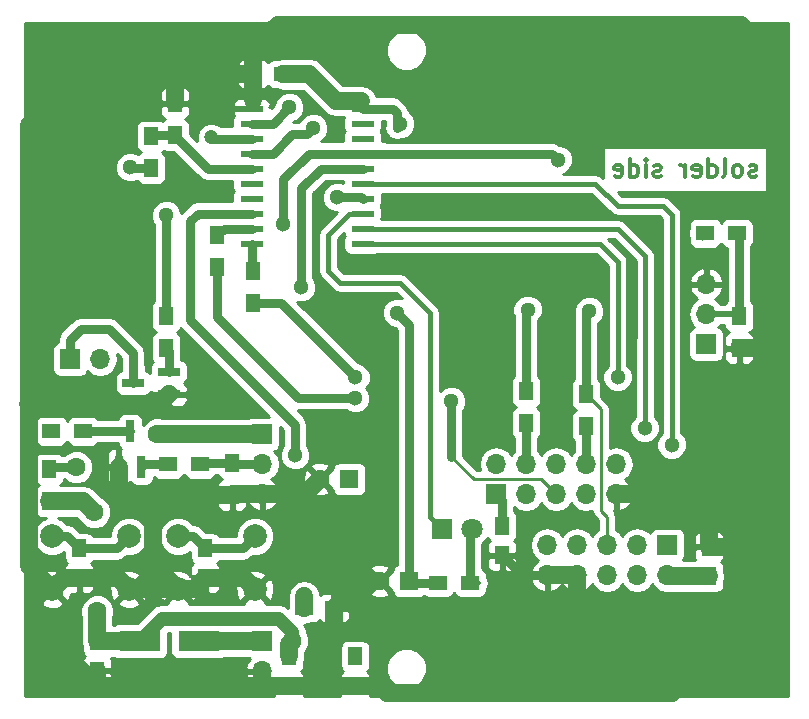
<source format=gbr>
G04 #@! TF.FileFunction,Copper,L2,Bot,Signal*
%FSLAX46Y46*%
G04 Gerber Fmt 4.6, Leading zero omitted, Abs format (unit mm)*
G04 Created by KiCad (PCBNEW 4.0.5) date 04/19/18 13:19:11*
%MOMM*%
%LPD*%
G01*
G04 APERTURE LIST*
%ADD10C,0.100000*%
%ADD11C,0.300000*%
%ADD12R,1.250000X1.500000*%
%ADD13R,1.500000X1.250000*%
%ADD14R,1.600000X1.600000*%
%ADD15C,1.600000*%
%ADD16R,3.500000X1.800000*%
%ADD17R,1.800000X1.800000*%
%ADD18C,1.800000*%
%ADD19R,1.950000X0.600000*%
%ADD20R,1.700000X1.700000*%
%ADD21O,1.700000X1.700000*%
%ADD22R,0.800000X1.900000*%
%ADD23R,1.900000X0.800000*%
%ADD24R,1.300000X1.500000*%
%ADD25R,1.500000X1.300000*%
%ADD26C,2.000000*%
%ADD27C,1.300000*%
%ADD28C,1.200000*%
%ADD29C,1.500000*%
%ADD30C,1.200000*%
%ADD31C,0.800000*%
%ADD32C,0.500000*%
%ADD33C,1.000000*%
%ADD34C,0.250000*%
%ADD35C,0.400000*%
%ADD36C,0.254000*%
G04 APERTURE END LIST*
D10*
D11*
X176977714Y-84808143D02*
X176834857Y-84879571D01*
X176549142Y-84879571D01*
X176406285Y-84808143D01*
X176334857Y-84665286D01*
X176334857Y-84593857D01*
X176406285Y-84451000D01*
X176549142Y-84379571D01*
X176763428Y-84379571D01*
X176906285Y-84308143D01*
X176977714Y-84165286D01*
X176977714Y-84093857D01*
X176906285Y-83951000D01*
X176763428Y-83879571D01*
X176549142Y-83879571D01*
X176406285Y-83951000D01*
X175477713Y-84879571D02*
X175620571Y-84808143D01*
X175691999Y-84736714D01*
X175763428Y-84593857D01*
X175763428Y-84165286D01*
X175691999Y-84022429D01*
X175620571Y-83951000D01*
X175477713Y-83879571D01*
X175263428Y-83879571D01*
X175120571Y-83951000D01*
X175049142Y-84022429D01*
X174977713Y-84165286D01*
X174977713Y-84593857D01*
X175049142Y-84736714D01*
X175120571Y-84808143D01*
X175263428Y-84879571D01*
X175477713Y-84879571D01*
X174120570Y-84879571D02*
X174263428Y-84808143D01*
X174334856Y-84665286D01*
X174334856Y-83379571D01*
X172906285Y-84879571D02*
X172906285Y-83379571D01*
X172906285Y-84808143D02*
X173049142Y-84879571D01*
X173334856Y-84879571D01*
X173477714Y-84808143D01*
X173549142Y-84736714D01*
X173620571Y-84593857D01*
X173620571Y-84165286D01*
X173549142Y-84022429D01*
X173477714Y-83951000D01*
X173334856Y-83879571D01*
X173049142Y-83879571D01*
X172906285Y-83951000D01*
X171620571Y-84808143D02*
X171763428Y-84879571D01*
X172049142Y-84879571D01*
X172191999Y-84808143D01*
X172263428Y-84665286D01*
X172263428Y-84093857D01*
X172191999Y-83951000D01*
X172049142Y-83879571D01*
X171763428Y-83879571D01*
X171620571Y-83951000D01*
X171549142Y-84093857D01*
X171549142Y-84236714D01*
X172263428Y-84379571D01*
X170906285Y-84879571D02*
X170906285Y-83879571D01*
X170906285Y-84165286D02*
X170834857Y-84022429D01*
X170763428Y-83951000D01*
X170620571Y-83879571D01*
X170477714Y-83879571D01*
X168906286Y-84808143D02*
X168763429Y-84879571D01*
X168477714Y-84879571D01*
X168334857Y-84808143D01*
X168263429Y-84665286D01*
X168263429Y-84593857D01*
X168334857Y-84451000D01*
X168477714Y-84379571D01*
X168692000Y-84379571D01*
X168834857Y-84308143D01*
X168906286Y-84165286D01*
X168906286Y-84093857D01*
X168834857Y-83951000D01*
X168692000Y-83879571D01*
X168477714Y-83879571D01*
X168334857Y-83951000D01*
X167620571Y-84879571D02*
X167620571Y-83879571D01*
X167620571Y-83379571D02*
X167692000Y-83451000D01*
X167620571Y-83522429D01*
X167549143Y-83451000D01*
X167620571Y-83379571D01*
X167620571Y-83522429D01*
X166263428Y-84879571D02*
X166263428Y-83379571D01*
X166263428Y-84808143D02*
X166406285Y-84879571D01*
X166691999Y-84879571D01*
X166834857Y-84808143D01*
X166906285Y-84736714D01*
X166977714Y-84593857D01*
X166977714Y-84165286D01*
X166906285Y-84022429D01*
X166834857Y-83951000D01*
X166691999Y-83879571D01*
X166406285Y-83879571D01*
X166263428Y-83951000D01*
X164977714Y-84808143D02*
X165120571Y-84879571D01*
X165406285Y-84879571D01*
X165549142Y-84808143D01*
X165620571Y-84665286D01*
X165620571Y-84093857D01*
X165549142Y-83951000D01*
X165406285Y-83879571D01*
X165120571Y-83879571D01*
X164977714Y-83951000D01*
X164906285Y-84093857D01*
X164906285Y-84236714D01*
X165620571Y-84379571D01*
D12*
X137414000Y-125496000D03*
X137414000Y-127996000D03*
D13*
X136886000Y-76200000D03*
X134386000Y-76200000D03*
D12*
X143002000Y-125496000D03*
X143002000Y-127996000D03*
X121158000Y-124226000D03*
X121158000Y-126726000D03*
D13*
X138704000Y-121412000D03*
X141204000Y-121412000D03*
D12*
X172974000Y-118725000D03*
X172974000Y-116225000D03*
X155448000Y-114447000D03*
X155448000Y-116947000D03*
D14*
X147574000Y-119126000D03*
D15*
X145074000Y-119126000D03*
D14*
X142494000Y-110490000D03*
D15*
X139994000Y-110490000D03*
D12*
X119634000Y-116352000D03*
X119634000Y-118852000D03*
X130302000Y-116352000D03*
X130302000Y-118852000D03*
D16*
X124754000Y-124206000D03*
X129754000Y-124206000D03*
D17*
X150368000Y-114681000D03*
D18*
X152908000Y-114681000D03*
D19*
X134238000Y-90551000D03*
X134238000Y-89281000D03*
X134238000Y-88011000D03*
X134238000Y-86741000D03*
X134238000Y-85471000D03*
X134238000Y-84201000D03*
X134238000Y-82931000D03*
X134238000Y-81661000D03*
X134238000Y-80391000D03*
X134238000Y-79121000D03*
X143638000Y-79121000D03*
X143638000Y-80391000D03*
X143638000Y-81661000D03*
X143638000Y-82931000D03*
X143638000Y-84201000D03*
X143638000Y-85471000D03*
X143638000Y-86741000D03*
X143638000Y-88011000D03*
X143638000Y-89281000D03*
X143638000Y-90551000D03*
D20*
X135128000Y-124206000D03*
D21*
X135128000Y-126746000D03*
D20*
X154940000Y-111760000D03*
D21*
X154940000Y-109220000D03*
X157480000Y-111760000D03*
X157480000Y-109220000D03*
X160020000Y-111760000D03*
X160020000Y-109220000D03*
X162560000Y-111760000D03*
X162560000Y-109220000D03*
X165100000Y-111760000D03*
X165100000Y-109220000D03*
D20*
X172720000Y-99060000D03*
D21*
X172720000Y-96520000D03*
X172720000Y-93980000D03*
X135128000Y-111760000D03*
D20*
X135128000Y-106680000D03*
D21*
X135128000Y-109220000D03*
D20*
X118872000Y-100330000D03*
D21*
X121412000Y-100330000D03*
D22*
X124902000Y-109450000D03*
X123002000Y-109450000D03*
X123952000Y-106450000D03*
D23*
X127230000Y-101412000D03*
X127230000Y-103312000D03*
X124230000Y-102362000D03*
D24*
X125730000Y-81454000D03*
X125730000Y-84154000D03*
X127762000Y-78660000D03*
X127762000Y-81360000D03*
X157480000Y-105744000D03*
X157480000Y-103044000D03*
X131318000Y-92536000D03*
X131318000Y-89836000D03*
X134366000Y-95584000D03*
X134366000Y-92884000D03*
D25*
X119968000Y-106426000D03*
X117268000Y-106426000D03*
D24*
X162560000Y-105998000D03*
X162560000Y-103298000D03*
D25*
X175340000Y-89662000D03*
X172640000Y-89662000D03*
X129874000Y-109220000D03*
X127174000Y-109220000D03*
D24*
X127000000Y-99394000D03*
X127000000Y-96694000D03*
X175514000Y-96694000D03*
X175514000Y-99394000D03*
X132588000Y-109140000D03*
X132588000Y-111840000D03*
X117094000Y-112348000D03*
X117094000Y-109648000D03*
D25*
X150034000Y-119253000D03*
X152734000Y-119253000D03*
D26*
X117348000Y-119816000D03*
X117348000Y-115316000D03*
X123848000Y-119816000D03*
X123848000Y-115316000D03*
X128016000Y-119816000D03*
X128016000Y-115316000D03*
X134516000Y-119816000D03*
X134516000Y-115316000D03*
D20*
X169418000Y-116078000D03*
D21*
X169418000Y-118618000D03*
X166878000Y-116078000D03*
X166878000Y-118618000D03*
X164338000Y-116078000D03*
X164338000Y-118618000D03*
X161798000Y-116078000D03*
X161798000Y-118618000D03*
X159258000Y-116078000D03*
X159258000Y-118618000D03*
D15*
X126238000Y-106680000D03*
X137668000Y-124206000D03*
X120904000Y-113284000D03*
X121158000Y-121666000D03*
X177165000Y-93853000D03*
D27*
X140128999Y-125851680D03*
D15*
X144018000Y-127996000D03*
D27*
X146812000Y-80391000D03*
X146558000Y-96393000D03*
X143002000Y-125496000D03*
X138684000Y-120396000D03*
X162814000Y-96266000D03*
X160147000Y-83439000D03*
X136906000Y-88900000D03*
X138430000Y-94234000D03*
X123952000Y-84074000D03*
X137922000Y-108458000D03*
X139446000Y-80772000D03*
X157607000Y-96139000D03*
D28*
X117268000Y-106426000D03*
X130810000Y-81534000D03*
D27*
X137414000Y-78994000D03*
X172466000Y-89662000D03*
X169799000Y-107569000D03*
X141478000Y-86614000D03*
X127000000Y-88138000D03*
X167513000Y-106172000D03*
X165227000Y-101854000D03*
X143002000Y-103632000D03*
X151130002Y-103886000D03*
X143025727Y-101877727D03*
D15*
X119380000Y-109474000D03*
D29*
X126238000Y-106680000D02*
X135128000Y-106680000D01*
D30*
X124754000Y-124206000D02*
X126654001Y-122305999D01*
X126654001Y-122305999D02*
X136529999Y-122305999D01*
X136529999Y-122305999D02*
X137668000Y-123444000D01*
X137668000Y-123444000D02*
X137668000Y-124206000D01*
D29*
X137414000Y-125496000D02*
X137414000Y-124460000D01*
X137414000Y-124460000D02*
X137668000Y-124206000D01*
X120904000Y-113284000D02*
X119968000Y-112348000D01*
X119968000Y-112348000D02*
X117098009Y-112348000D01*
X121158000Y-124226000D02*
X121158000Y-121666000D01*
X124754000Y-124206000D02*
X121178000Y-124206000D01*
X121178000Y-124206000D02*
X121158000Y-124226000D01*
X177165000Y-93853000D02*
X177292000Y-93980000D01*
X177292000Y-93980000D02*
X179070000Y-93980000D01*
D31*
X159258000Y-118618000D02*
X157119000Y-118618000D01*
X157119000Y-118618000D02*
X155448000Y-116947000D01*
D29*
X159258000Y-118618000D02*
X161798000Y-118618000D01*
X161798000Y-118618000D02*
X161798000Y-128592001D01*
X161798000Y-128592001D02*
X161798000Y-128016000D01*
X161798000Y-128016000D02*
X161798000Y-128592001D01*
X172974000Y-116225000D02*
X172974000Y-113538000D01*
X171196000Y-111760000D02*
X165100000Y-111760000D01*
X172974000Y-113538000D02*
X171196000Y-111760000D01*
X172974000Y-116225000D02*
X177820000Y-116225000D01*
X179070000Y-117475000D02*
X179070000Y-117650686D01*
X177820000Y-116225000D02*
X179070000Y-117475000D01*
D31*
X134366000Y-78345000D02*
X134366000Y-78740000D01*
X134366000Y-78740000D02*
X134238000Y-78868000D01*
D29*
X134386000Y-76200000D02*
X134386000Y-78325000D01*
X134386000Y-78325000D02*
X134366000Y-78345000D01*
D32*
X134238000Y-79121000D02*
X134238000Y-78868000D01*
D29*
X179070000Y-97988000D02*
X179070000Y-99314000D01*
X179070000Y-99314000D02*
X178990000Y-99394000D01*
X178990000Y-99394000D02*
X175514000Y-99394000D01*
X172212000Y-124508686D02*
X179070000Y-117650686D01*
X145723001Y-128592001D02*
X161798000Y-128592001D01*
X161798000Y-128592001D02*
X169857999Y-128592001D01*
X145127000Y-127996000D02*
X145723001Y-128592001D01*
X169857999Y-128592001D02*
X172212000Y-126238000D01*
X172212000Y-126238000D02*
X172212000Y-124508686D01*
X144018000Y-127996000D02*
X145127000Y-127996000D01*
X179070000Y-117650686D02*
X179070000Y-97988000D01*
X134386000Y-76200000D02*
X134386000Y-74075000D01*
X134386000Y-74075000D02*
X136071000Y-72390000D01*
X136144000Y-72390000D02*
X136466001Y-72067999D01*
X136071000Y-72390000D02*
X136144000Y-72390000D01*
X136466001Y-72067999D02*
X175699999Y-72067999D01*
X175699999Y-72067999D02*
X179070000Y-75438000D01*
X179070000Y-75438000D02*
X179070000Y-93980000D01*
X179070000Y-93980000D02*
X179070000Y-97988000D01*
X127230000Y-103312000D02*
X126402000Y-104140000D01*
X115478000Y-103978000D02*
X115478000Y-103762001D01*
X126402000Y-104140000D02*
X115316000Y-104140000D01*
X115316000Y-104140000D02*
X115478000Y-103978000D01*
X115478000Y-103762001D02*
X115347999Y-103632000D01*
X141204000Y-121412000D02*
X141204000Y-123718000D01*
X141204000Y-123718000D02*
X140716000Y-124206000D01*
X140716000Y-124206000D02*
X140716000Y-125264679D01*
X140716000Y-125264679D02*
X140128999Y-125851680D01*
X130264000Y-112014000D02*
X125730000Y-112014000D01*
X125848001Y-112132001D02*
X125730000Y-112014000D01*
X125730000Y-112014000D02*
X122936000Y-112014000D01*
X128016000Y-119816000D02*
X125848001Y-117648001D01*
X125848001Y-117648001D02*
X125848001Y-112132001D01*
X140128999Y-125851680D02*
X139700000Y-127996000D01*
X143002000Y-127996000D02*
X144018000Y-127996000D01*
X115347999Y-117815999D02*
X115347999Y-103632000D01*
X115347999Y-103632000D02*
X115347999Y-80486001D01*
X132588000Y-111840000D02*
X130438000Y-111840000D01*
X130438000Y-111840000D02*
X130264000Y-112014000D01*
X122936000Y-112014000D02*
X123002000Y-111948000D01*
X123002000Y-111948000D02*
X123002000Y-109450000D01*
X135128000Y-111760000D02*
X132668000Y-111760000D01*
X132668000Y-111760000D02*
X132588000Y-111840000D01*
X139994000Y-110490000D02*
X138724000Y-111760000D01*
X138724000Y-111760000D02*
X135128000Y-111760000D01*
X119634000Y-76200000D02*
X127508000Y-76200000D01*
X127508000Y-76200000D02*
X134386000Y-76200000D01*
X127762000Y-78660000D02*
X127762000Y-76410000D01*
X127762000Y-76410000D02*
X127552000Y-76200000D01*
X127552000Y-76200000D02*
X127508000Y-76200000D01*
X115347999Y-80486001D02*
X119634000Y-76200000D01*
X117348000Y-119816000D02*
X115347999Y-117815999D01*
X172994000Y-116205000D02*
X172974000Y-116225000D01*
X130302000Y-118852000D02*
X133552000Y-118852000D01*
X133552000Y-118852000D02*
X134516000Y-119816000D01*
X128016000Y-119816000D02*
X129338000Y-119816000D01*
X129338000Y-119816000D02*
X130302000Y-118852000D01*
X123848000Y-119816000D02*
X128016000Y-119816000D01*
X119634000Y-118852000D02*
X122884000Y-118852000D01*
X122884000Y-118852000D02*
X123848000Y-119816000D01*
X115861787Y-119888000D02*
X115861787Y-122719787D01*
X115861787Y-122719787D02*
X121158000Y-128016000D01*
X117348000Y-119816000D02*
X115933787Y-119816000D01*
X115933787Y-119816000D02*
X115861787Y-119888000D01*
X119634000Y-118852000D02*
X118312000Y-118852000D01*
X118312000Y-118852000D02*
X117348000Y-119816000D01*
X121158000Y-128016000D02*
X135060081Y-128016000D01*
X135060081Y-128016000D02*
X135128000Y-127948081D01*
X121158000Y-126726000D02*
X121158000Y-128016000D01*
X145074000Y-119126000D02*
X143490000Y-119126000D01*
X143490000Y-119126000D02*
X141204000Y-121412000D01*
X137414000Y-127996000D02*
X139700000Y-127996000D01*
X139700000Y-127996000D02*
X143002000Y-127996000D01*
X135128000Y-127948081D02*
X135175919Y-127996000D01*
X135175919Y-127996000D02*
X137414000Y-127996000D01*
X135128000Y-126746000D02*
X135128000Y-127948081D01*
D31*
X147574000Y-119126000D02*
X147574000Y-97409000D01*
X146685000Y-80264000D02*
X146558006Y-80264000D01*
X146812000Y-80391000D02*
X146685000Y-80264000D01*
X147574000Y-97409000D02*
X146558000Y-96393000D01*
X150034000Y-119253000D02*
X147701000Y-119253000D01*
X147701000Y-119253000D02*
X147574000Y-119126000D01*
D29*
X172974000Y-118725000D02*
X169525000Y-118725000D01*
X169525000Y-118725000D02*
X169418000Y-118618000D01*
D31*
X143638000Y-79121000D02*
X146177000Y-79121000D01*
X146558006Y-79502006D02*
X146558006Y-80264000D01*
X146177000Y-79121000D02*
X146558006Y-79502006D01*
X146558006Y-80264000D02*
X146558006Y-80772000D01*
X146519999Y-80733993D02*
X146558006Y-80772000D01*
D29*
X140406000Y-77470000D02*
X141412999Y-78476999D01*
X141412999Y-78476999D02*
X143500999Y-78476999D01*
D33*
X143500999Y-78476999D02*
X143638000Y-78614000D01*
X143638000Y-78614000D02*
X143638000Y-78840999D01*
D29*
X136886000Y-76200000D02*
X139136000Y-76200000D01*
X139136000Y-76200000D02*
X140406000Y-77470000D01*
D31*
X155448000Y-114447000D02*
X155448000Y-112268000D01*
X155448000Y-112268000D02*
X154940000Y-111760000D01*
D29*
X138704000Y-121412000D02*
X138704000Y-120416000D01*
X138704000Y-120416000D02*
X138684000Y-120396000D01*
D34*
X164338000Y-116078000D02*
X164338000Y-113665000D01*
X163830000Y-104568000D02*
X162560000Y-103298000D01*
X163830000Y-113157000D02*
X163830000Y-104568000D01*
X164338000Y-113665000D02*
X163830000Y-113157000D01*
D31*
X158930001Y-82984001D02*
X159692001Y-82984001D01*
X158930001Y-82984001D02*
X145466001Y-82984001D01*
X145466001Y-82984001D02*
X145413000Y-82931000D01*
X143638000Y-82931000D02*
X145413000Y-82931000D01*
X162560000Y-96520000D02*
X162560000Y-103298000D01*
X162814000Y-96266000D02*
X162560000Y-96520000D01*
X159692001Y-82984001D02*
X160147000Y-83439000D01*
X143638000Y-82931000D02*
X139065000Y-82931000D01*
X139065000Y-82931000D02*
X136906000Y-85090000D01*
X136906000Y-85090000D02*
X136906000Y-88900000D01*
D34*
X162640000Y-103378000D02*
X162560000Y-103298000D01*
D31*
X119634000Y-116352000D02*
X122812000Y-116352000D01*
X122812000Y-116352000D02*
X123848000Y-115316000D01*
X117348000Y-115316000D02*
X118598000Y-115316000D01*
X118598000Y-115316000D02*
X119634000Y-116352000D01*
X140081000Y-84201000D02*
X138430000Y-85852000D01*
X138430000Y-85852000D02*
X138430000Y-94234000D01*
X143638000Y-84201000D02*
X140081000Y-84201000D01*
X130302000Y-116352000D02*
X133480000Y-116352000D01*
X133480000Y-116352000D02*
X134516000Y-115316000D01*
X128016000Y-115316000D02*
X129266000Y-115316000D01*
X129266000Y-115316000D02*
X130302000Y-116352000D01*
X125730000Y-84154000D02*
X124032000Y-84154000D01*
D32*
X124032000Y-84154000D02*
X123952000Y-84074000D01*
D29*
X129754000Y-124206000D02*
X135128000Y-124206000D01*
D35*
X143638000Y-88011000D02*
X142494000Y-88011000D01*
X149352000Y-113665000D02*
X150368000Y-114681000D01*
X149352000Y-96393000D02*
X149352000Y-113665000D01*
X146812000Y-93853000D02*
X149352000Y-96393000D01*
X141732000Y-93853000D02*
X146812000Y-93853000D01*
X140716000Y-92837000D02*
X141732000Y-93853000D01*
X140716000Y-89789000D02*
X140716000Y-92837000D01*
X142494000Y-88011000D02*
X140716000Y-89789000D01*
D31*
X152734000Y-119253000D02*
X152734000Y-114855000D01*
X152734000Y-114855000D02*
X152908000Y-114681000D01*
D32*
X152734000Y-119253000D02*
X153416000Y-119253000D01*
D31*
X134238000Y-90551000D02*
X134238000Y-92756000D01*
X134238000Y-92756000D02*
X134366000Y-92884000D01*
X134238000Y-89281000D02*
X131873000Y-89281000D01*
X131873000Y-89281000D02*
X131318000Y-89836000D01*
X134238000Y-88011000D02*
X129667000Y-88011000D01*
X129667000Y-88011000D02*
X129032000Y-88646000D01*
X129032000Y-88646000D02*
X129032000Y-97028000D01*
X129032000Y-97028000D02*
X137922000Y-105918000D01*
X137922000Y-105918000D02*
X137922000Y-108458000D01*
X127762000Y-81360000D02*
X125824000Y-81360000D01*
D32*
X125824000Y-81360000D02*
X125730000Y-81454000D01*
D31*
X134238000Y-84201000D02*
X130503000Y-84201000D01*
X130503000Y-84201000D02*
X127762000Y-81460000D01*
D32*
X127762000Y-81460000D02*
X127762000Y-81360000D01*
D31*
X138938000Y-81280000D02*
X139446000Y-80772000D01*
X136017000Y-82931000D02*
X137668000Y-81280000D01*
X137668000Y-81280000D02*
X138938000Y-81280000D01*
X134238000Y-82931000D02*
X136017000Y-82931000D01*
X157480000Y-96266000D02*
X157480000Y-103044000D01*
X157607000Y-96139000D02*
X157480000Y-96266000D01*
X134238000Y-81661000D02*
X130937000Y-81661000D01*
D32*
X130937000Y-81661000D02*
X130810000Y-81534000D01*
D31*
X136017000Y-80391000D02*
X137414000Y-78994000D01*
X134238000Y-80391000D02*
X136017000Y-80391000D01*
D35*
X143638000Y-85471000D02*
X163322000Y-85471000D01*
X163322000Y-85471000D02*
X165227000Y-87376000D01*
X165227000Y-87376000D02*
X169037000Y-87376000D01*
X169037000Y-87376000D02*
X169799000Y-88138000D01*
X169799000Y-88138000D02*
X169799000Y-101219000D01*
X169799000Y-101219000D02*
X169799000Y-107569000D01*
D31*
X141478000Y-86614000D02*
X143511000Y-86614000D01*
X143511000Y-86614000D02*
X143638000Y-86741000D01*
X127000000Y-96694000D02*
X127000000Y-88138000D01*
D35*
X165227000Y-89281000D02*
X143638000Y-89281000D01*
X166751000Y-90805000D02*
X165227000Y-89281000D01*
X167576500Y-91630500D02*
X166751000Y-90805000D01*
X167513000Y-106172000D02*
X167576500Y-91630500D01*
X143638000Y-90551000D02*
X163703000Y-90551000D01*
X165227000Y-92075000D02*
X165227000Y-101854000D01*
X163703000Y-90551000D02*
X165227000Y-92075000D01*
D31*
X157480000Y-105744000D02*
X157480000Y-109220000D01*
D34*
X151130000Y-108585000D02*
X153035000Y-110490000D01*
D31*
X131318000Y-92536000D02*
X131318000Y-96774000D01*
X138176000Y-103632000D02*
X143002000Y-103632000D01*
X131318000Y-96774000D02*
X138176000Y-103632000D01*
X151130002Y-104805238D02*
X151130002Y-103886000D01*
X151130000Y-108585000D02*
X151130002Y-104805238D01*
D34*
X158750000Y-110490000D02*
X160020000Y-111760000D01*
X153035000Y-110490000D02*
X158750000Y-110490000D01*
D31*
X134366000Y-95584000D02*
X136732000Y-95584000D01*
X136732000Y-95584000D02*
X143025727Y-101877727D01*
X162560000Y-105998000D02*
X162560000Y-109220000D01*
D32*
X172720000Y-96520000D02*
X175340000Y-96520000D01*
X175340000Y-96520000D02*
X175514000Y-96694000D01*
D31*
X175514000Y-96694000D02*
X175514000Y-89836000D01*
X175514000Y-89836000D02*
X175340000Y-89662000D01*
X172894000Y-96694000D02*
X172720000Y-96520000D01*
X132588000Y-109140000D02*
X129954000Y-109140000D01*
X129954000Y-109140000D02*
X129874000Y-109220000D01*
X135128000Y-109220000D02*
X132668000Y-109220000D01*
X132668000Y-109220000D02*
X132588000Y-109140000D01*
X122174000Y-97790000D02*
X119762000Y-97790000D01*
X119762000Y-97790000D02*
X118872000Y-98680000D01*
X118872000Y-98680000D02*
X118872000Y-100330000D01*
X124206000Y-99822000D02*
X122174000Y-97790000D01*
X124206000Y-100903998D02*
X124206000Y-99822000D01*
X124230000Y-102362000D02*
X124230000Y-100927998D01*
X124230000Y-100927998D02*
X124206000Y-100903998D01*
X119380000Y-109474000D02*
X117268000Y-109474000D01*
X117268000Y-109474000D02*
X117094000Y-109648000D01*
X127174000Y-109220000D02*
X125132000Y-109220000D01*
X125132000Y-109220000D02*
X124902000Y-109450000D01*
X119968000Y-106426000D02*
X123928000Y-106426000D01*
X123928000Y-106426000D02*
X123952000Y-106450000D01*
X127230000Y-101412000D02*
X127230000Y-99624000D01*
X127230000Y-99624000D02*
X127000000Y-99394000D01*
D36*
G36*
X179630000Y-128830000D02*
X144262000Y-128830000D01*
X144262000Y-128281750D01*
X144103250Y-128123000D01*
X143129000Y-128123000D01*
X143129000Y-128143000D01*
X142875000Y-128143000D01*
X142875000Y-128123000D01*
X141900750Y-128123000D01*
X141742000Y-128281750D01*
X141742000Y-128830000D01*
X138674000Y-128830000D01*
X138674000Y-128281750D01*
X138515250Y-128123000D01*
X137541000Y-128123000D01*
X137541000Y-128143000D01*
X137287000Y-128143000D01*
X137287000Y-128123000D01*
X136312750Y-128123000D01*
X136154000Y-128281750D01*
X136154000Y-128830000D01*
X115010000Y-128830000D01*
X115010000Y-127011750D01*
X119898000Y-127011750D01*
X119898000Y-127602309D01*
X119994673Y-127835698D01*
X120173301Y-128014327D01*
X120406690Y-128111000D01*
X120872250Y-128111000D01*
X121031000Y-127952250D01*
X121031000Y-126853000D01*
X121285000Y-126853000D01*
X121285000Y-127952250D01*
X121443750Y-128111000D01*
X121909310Y-128111000D01*
X122142699Y-128014327D01*
X122321327Y-127835698D01*
X122418000Y-127602309D01*
X122418000Y-127102890D01*
X133686524Y-127102890D01*
X133856355Y-127512924D01*
X134246642Y-127941183D01*
X134771108Y-128187486D01*
X135001000Y-128066819D01*
X135001000Y-126873000D01*
X133807845Y-126873000D01*
X133686524Y-127102890D01*
X122418000Y-127102890D01*
X122418000Y-127011750D01*
X122259250Y-126853000D01*
X121285000Y-126853000D01*
X121031000Y-126853000D01*
X120056750Y-126853000D01*
X119898000Y-127011750D01*
X115010000Y-127011750D01*
X115010000Y-121950187D01*
X119722752Y-121950187D01*
X119773000Y-122071797D01*
X119773000Y-124226000D01*
X119878427Y-124756017D01*
X119885560Y-124766692D01*
X119885560Y-124976000D01*
X119929838Y-125211317D01*
X120068910Y-125427441D01*
X120137006Y-125473969D01*
X119994673Y-125616302D01*
X119898000Y-125849691D01*
X119898000Y-126440250D01*
X120056750Y-126599000D01*
X121031000Y-126599000D01*
X121031000Y-126579000D01*
X121285000Y-126579000D01*
X121285000Y-126599000D01*
X122259250Y-126599000D01*
X122418000Y-126440250D01*
X122418000Y-125849691D01*
X122321327Y-125616302D01*
X122296025Y-125591000D01*
X122589025Y-125591000D01*
X122752110Y-125702431D01*
X123004000Y-125753440D01*
X126504000Y-125753440D01*
X126739317Y-125709162D01*
X126955441Y-125570090D01*
X127100431Y-125357890D01*
X127151440Y-125106000D01*
X127151440Y-123555114D01*
X127165555Y-123540999D01*
X127356560Y-123540999D01*
X127356560Y-125106000D01*
X127400838Y-125341317D01*
X127539910Y-125557441D01*
X127752110Y-125702431D01*
X128004000Y-125753440D01*
X131504000Y-125753440D01*
X131739317Y-125709162D01*
X131922946Y-125591000D01*
X133936203Y-125591000D01*
X134026110Y-125652431D01*
X134134107Y-125674301D01*
X133856355Y-125979076D01*
X133686524Y-126389110D01*
X133807845Y-126619000D01*
X135001000Y-126619000D01*
X135001000Y-126599000D01*
X135255000Y-126599000D01*
X135255000Y-126619000D01*
X135275000Y-126619000D01*
X135275000Y-126873000D01*
X135255000Y-126873000D01*
X135255000Y-128066819D01*
X135484892Y-128187486D01*
X136009358Y-127941183D01*
X136188434Y-127744684D01*
X136312750Y-127869000D01*
X137287000Y-127869000D01*
X137287000Y-127849000D01*
X137541000Y-127849000D01*
X137541000Y-127869000D01*
X138515250Y-127869000D01*
X138674000Y-127710250D01*
X138674000Y-127119691D01*
X138577327Y-126886302D01*
X138436090Y-126745064D01*
X138490441Y-126710090D01*
X138635431Y-126497890D01*
X138686440Y-126246000D01*
X138686440Y-126036692D01*
X138693573Y-126026017D01*
X138748380Y-125750481D01*
X141716777Y-125750481D01*
X141729560Y-125781418D01*
X141729560Y-126246000D01*
X141773838Y-126481317D01*
X141912910Y-126697441D01*
X141981006Y-126743969D01*
X141838673Y-126886302D01*
X141742000Y-127119691D01*
X141742000Y-127710250D01*
X141900750Y-127869000D01*
X142875000Y-127869000D01*
X142875000Y-127849000D01*
X143129000Y-127849000D01*
X143129000Y-127869000D01*
X144103250Y-127869000D01*
X144262000Y-127710250D01*
X144262000Y-127119691D01*
X144165327Y-126886302D01*
X144114625Y-126835599D01*
X145584699Y-126835599D01*
X145848281Y-127473515D01*
X146335918Y-127962004D01*
X146973373Y-128226699D01*
X147663599Y-128227301D01*
X148301515Y-127963719D01*
X148790004Y-127476082D01*
X149054699Y-126838627D01*
X149055301Y-126148401D01*
X148791719Y-125510485D01*
X148304082Y-125021996D01*
X147666627Y-124757301D01*
X146976401Y-124756699D01*
X146338485Y-125020281D01*
X145849996Y-125507918D01*
X145585301Y-126145373D01*
X145584699Y-126835599D01*
X144114625Y-126835599D01*
X144024090Y-126745064D01*
X144078441Y-126710090D01*
X144223431Y-126497890D01*
X144274440Y-126246000D01*
X144274440Y-125782435D01*
X144286777Y-125752724D01*
X144287223Y-125241519D01*
X144274440Y-125210582D01*
X144274440Y-124746000D01*
X144230162Y-124510683D01*
X144091090Y-124294559D01*
X143878890Y-124149569D01*
X143627000Y-124098560D01*
X142377000Y-124098560D01*
X142141683Y-124142838D01*
X141925559Y-124281910D01*
X141780569Y-124494110D01*
X141729560Y-124746000D01*
X141729560Y-125209565D01*
X141717223Y-125239276D01*
X141716777Y-125750481D01*
X138748380Y-125750481D01*
X138799000Y-125496000D01*
X138799000Y-125104599D01*
X138883824Y-125019923D01*
X139102750Y-124492691D01*
X139103248Y-123921813D01*
X138900382Y-123430840D01*
X138808991Y-122971386D01*
X138690703Y-122794355D01*
X138704000Y-122797000D01*
X139234017Y-122691573D01*
X139244692Y-122684440D01*
X139454000Y-122684440D01*
X139689317Y-122640162D01*
X139905441Y-122501090D01*
X139951969Y-122432994D01*
X140094302Y-122575327D01*
X140327691Y-122672000D01*
X140918250Y-122672000D01*
X141077000Y-122513250D01*
X141077000Y-121539000D01*
X141331000Y-121539000D01*
X141331000Y-122513250D01*
X141489750Y-122672000D01*
X142080309Y-122672000D01*
X142313698Y-122575327D01*
X142492327Y-122396699D01*
X142589000Y-122163310D01*
X142589000Y-121697750D01*
X142430250Y-121539000D01*
X141331000Y-121539000D01*
X141077000Y-121539000D01*
X141057000Y-121539000D01*
X141057000Y-121285000D01*
X141077000Y-121285000D01*
X141077000Y-120310750D01*
X141331000Y-120310750D01*
X141331000Y-121285000D01*
X142430250Y-121285000D01*
X142589000Y-121126250D01*
X142589000Y-120660690D01*
X142492327Y-120427301D01*
X142313698Y-120248673D01*
X142080309Y-120152000D01*
X141489750Y-120152000D01*
X141331000Y-120310750D01*
X141077000Y-120310750D01*
X140918250Y-120152000D01*
X140327691Y-120152000D01*
X140094302Y-120248673D01*
X140062118Y-120280857D01*
X140032856Y-120133745D01*
X144245861Y-120133745D01*
X144319995Y-120379864D01*
X144857223Y-120572965D01*
X145427454Y-120545778D01*
X145828005Y-120379864D01*
X145902139Y-120133745D01*
X145074000Y-119305605D01*
X144245861Y-120133745D01*
X140032856Y-120133745D01*
X139983573Y-119885983D01*
X139683343Y-119436657D01*
X139663343Y-119416657D01*
X139214016Y-119116427D01*
X138684000Y-119011000D01*
X138153984Y-119116427D01*
X137704657Y-119416657D01*
X137404427Y-119865984D01*
X137299000Y-120396000D01*
X137319000Y-120496547D01*
X137319000Y-120725569D01*
X137306560Y-120787000D01*
X137306560Y-121368099D01*
X137002613Y-121165008D01*
X136529999Y-121070999D01*
X135451042Y-121070999D01*
X135488927Y-120968532D01*
X134516000Y-119995605D01*
X133543073Y-120968532D01*
X133580958Y-121070999D01*
X128951042Y-121070999D01*
X128988927Y-120968532D01*
X128016000Y-119995605D01*
X127043073Y-120968532D01*
X127080958Y-121070999D01*
X126654001Y-121070999D01*
X126181387Y-121165008D01*
X125780724Y-121432722D01*
X124554886Y-122658560D01*
X123004000Y-122658560D01*
X122768683Y-122702838D01*
X122585054Y-122821000D01*
X122543000Y-122821000D01*
X122543000Y-122072502D01*
X122592750Y-121952691D01*
X122593248Y-121381813D01*
X122422484Y-120968532D01*
X122875073Y-120968532D01*
X122973736Y-121235387D01*
X123583461Y-121461908D01*
X124233460Y-121437856D01*
X124722264Y-121235387D01*
X124820927Y-120968532D01*
X123848000Y-119995605D01*
X122875073Y-120968532D01*
X122422484Y-120968532D01*
X122375243Y-120854200D01*
X121971923Y-120450176D01*
X121444691Y-120231250D01*
X120873813Y-120230752D01*
X120346200Y-120448757D01*
X119942176Y-120852077D01*
X119723250Y-121379309D01*
X119722752Y-121950187D01*
X115010000Y-121950187D01*
X115010000Y-120968532D01*
X116375073Y-120968532D01*
X116473736Y-121235387D01*
X117083461Y-121461908D01*
X117733460Y-121437856D01*
X118222264Y-121235387D01*
X118320927Y-120968532D01*
X117348000Y-119995605D01*
X116375073Y-120968532D01*
X115010000Y-120968532D01*
X115010000Y-119551461D01*
X115702092Y-119551461D01*
X115726144Y-120201460D01*
X115928613Y-120690264D01*
X116195468Y-120788927D01*
X117168395Y-119816000D01*
X116195468Y-118843073D01*
X115928613Y-118941736D01*
X115702092Y-119551461D01*
X115010000Y-119551461D01*
X115010000Y-115639795D01*
X115712716Y-115639795D01*
X115961106Y-116240943D01*
X116420637Y-116701278D01*
X117021352Y-116950716D01*
X117671795Y-116951284D01*
X118272943Y-116702894D01*
X118361560Y-116614432D01*
X118361560Y-117102000D01*
X118405838Y-117337317D01*
X118544910Y-117553441D01*
X118613006Y-117599969D01*
X118470673Y-117742302D01*
X118374000Y-117975691D01*
X118374000Y-118566250D01*
X118396071Y-118588321D01*
X118320926Y-118663466D01*
X118222264Y-118396613D01*
X117612539Y-118170092D01*
X116962540Y-118194144D01*
X116473736Y-118396613D01*
X116375073Y-118663468D01*
X117348000Y-119636395D01*
X117362143Y-119622253D01*
X117541748Y-119801858D01*
X117527605Y-119816000D01*
X118500532Y-120788927D01*
X118767387Y-120690264D01*
X118935781Y-120237000D01*
X119348250Y-120237000D01*
X119507000Y-120078250D01*
X119507000Y-118979000D01*
X119761000Y-118979000D01*
X119761000Y-120078250D01*
X119919750Y-120237000D01*
X120385310Y-120237000D01*
X120618699Y-120140327D01*
X120797327Y-119961698D01*
X120894000Y-119728309D01*
X120894000Y-119551461D01*
X122202092Y-119551461D01*
X122226144Y-120201460D01*
X122428613Y-120690264D01*
X122695468Y-120788927D01*
X123668395Y-119816000D01*
X124027605Y-119816000D01*
X125000532Y-120788927D01*
X125267387Y-120690264D01*
X125493908Y-120080539D01*
X125474331Y-119551461D01*
X126370092Y-119551461D01*
X126394144Y-120201460D01*
X126596613Y-120690264D01*
X126863468Y-120788927D01*
X127836395Y-119816000D01*
X126863468Y-118843073D01*
X126596613Y-118941736D01*
X126370092Y-119551461D01*
X125474331Y-119551461D01*
X125469856Y-119430540D01*
X125267387Y-118941736D01*
X125000532Y-118843073D01*
X124027605Y-119816000D01*
X123668395Y-119816000D01*
X122695468Y-118843073D01*
X122428613Y-118941736D01*
X122202092Y-119551461D01*
X120894000Y-119551461D01*
X120894000Y-119137750D01*
X120735250Y-118979000D01*
X119761000Y-118979000D01*
X119507000Y-118979000D01*
X118782822Y-118979000D01*
X118767387Y-118941736D01*
X118500534Y-118843074D01*
X118614814Y-118728794D01*
X118611020Y-118725000D01*
X119507000Y-118725000D01*
X119507000Y-118705000D01*
X119761000Y-118705000D01*
X119761000Y-118725000D01*
X120735250Y-118725000D01*
X120796782Y-118663468D01*
X122875073Y-118663468D01*
X123848000Y-119636395D01*
X124820927Y-118663468D01*
X124722264Y-118396613D01*
X124112539Y-118170092D01*
X123462540Y-118194144D01*
X122973736Y-118396613D01*
X122875073Y-118663468D01*
X120796782Y-118663468D01*
X120894000Y-118566250D01*
X120894000Y-117975691D01*
X120797327Y-117742302D01*
X120656090Y-117601064D01*
X120710441Y-117566090D01*
X120832808Y-117387000D01*
X122811995Y-117387000D01*
X122812000Y-117387001D01*
X123208077Y-117308215D01*
X123543856Y-117083856D01*
X123676860Y-116950852D01*
X124171795Y-116951284D01*
X124772943Y-116702894D01*
X125233278Y-116243363D01*
X125482716Y-115642648D01*
X125482718Y-115639795D01*
X126380716Y-115639795D01*
X126629106Y-116240943D01*
X127088637Y-116701278D01*
X127689352Y-116950716D01*
X128339795Y-116951284D01*
X128940943Y-116702894D01*
X129029560Y-116614432D01*
X129029560Y-117102000D01*
X129073838Y-117337317D01*
X129212910Y-117553441D01*
X129281006Y-117599969D01*
X129138673Y-117742302D01*
X129042000Y-117975691D01*
X129042000Y-118566250D01*
X129064071Y-118588321D01*
X128988926Y-118663466D01*
X128890264Y-118396613D01*
X128280539Y-118170092D01*
X127630540Y-118194144D01*
X127141736Y-118396613D01*
X127043073Y-118663468D01*
X128016000Y-119636395D01*
X128030143Y-119622253D01*
X128209748Y-119801858D01*
X128195605Y-119816000D01*
X129168532Y-120788927D01*
X129435387Y-120690264D01*
X129603781Y-120237000D01*
X130016250Y-120237000D01*
X130175000Y-120078250D01*
X130175000Y-118979000D01*
X130429000Y-118979000D01*
X130429000Y-120078250D01*
X130587750Y-120237000D01*
X131053310Y-120237000D01*
X131286699Y-120140327D01*
X131465327Y-119961698D01*
X131562000Y-119728309D01*
X131562000Y-119551461D01*
X132870092Y-119551461D01*
X132894144Y-120201460D01*
X133096613Y-120690264D01*
X133363468Y-120788927D01*
X134336395Y-119816000D01*
X134695605Y-119816000D01*
X135668532Y-120788927D01*
X135935387Y-120690264D01*
X136161908Y-120080539D01*
X136137856Y-119430540D01*
X135935387Y-118941736D01*
X135847449Y-118909223D01*
X143627035Y-118909223D01*
X143654222Y-119479454D01*
X143820136Y-119880005D01*
X144066255Y-119954139D01*
X144894395Y-119126000D01*
X144066255Y-118297861D01*
X143820136Y-118371995D01*
X143627035Y-118909223D01*
X135847449Y-118909223D01*
X135668532Y-118843073D01*
X134695605Y-119816000D01*
X134336395Y-119816000D01*
X133363468Y-118843073D01*
X133096613Y-118941736D01*
X132870092Y-119551461D01*
X131562000Y-119551461D01*
X131562000Y-119137750D01*
X131403250Y-118979000D01*
X130429000Y-118979000D01*
X130175000Y-118979000D01*
X129450822Y-118979000D01*
X129435387Y-118941736D01*
X129168534Y-118843074D01*
X129282814Y-118728794D01*
X129279020Y-118725000D01*
X130175000Y-118725000D01*
X130175000Y-118705000D01*
X130429000Y-118705000D01*
X130429000Y-118725000D01*
X131403250Y-118725000D01*
X131464782Y-118663468D01*
X133543073Y-118663468D01*
X134516000Y-119636395D01*
X135488927Y-118663468D01*
X135390264Y-118396613D01*
X134780539Y-118170092D01*
X134130540Y-118194144D01*
X133641736Y-118396613D01*
X133543073Y-118663468D01*
X131464782Y-118663468D01*
X131562000Y-118566250D01*
X131562000Y-118118255D01*
X144245861Y-118118255D01*
X145074000Y-118946395D01*
X145902139Y-118118255D01*
X145828005Y-117872136D01*
X145290777Y-117679035D01*
X144720546Y-117706222D01*
X144319995Y-117872136D01*
X144245861Y-118118255D01*
X131562000Y-118118255D01*
X131562000Y-117975691D01*
X131465327Y-117742302D01*
X131324090Y-117601064D01*
X131378441Y-117566090D01*
X131500808Y-117387000D01*
X133479995Y-117387000D01*
X133480000Y-117387001D01*
X133876077Y-117308215D01*
X134211856Y-117083856D01*
X134344860Y-116950852D01*
X134839795Y-116951284D01*
X135440943Y-116702894D01*
X135901278Y-116243363D01*
X136150716Y-115642648D01*
X136151284Y-114992205D01*
X135902894Y-114391057D01*
X135443363Y-113930722D01*
X134842648Y-113681284D01*
X134192205Y-113680716D01*
X133591057Y-113929106D01*
X133130722Y-114388637D01*
X132881284Y-114989352D01*
X132880998Y-115317000D01*
X131498192Y-115317000D01*
X131391090Y-115150559D01*
X131178890Y-115005569D01*
X130927000Y-114954560D01*
X130368272Y-114954560D01*
X129997856Y-114584144D01*
X129662077Y-114359785D01*
X129299725Y-114287707D01*
X128943363Y-113930722D01*
X128342648Y-113681284D01*
X127692205Y-113680716D01*
X127091057Y-113929106D01*
X126630722Y-114388637D01*
X126381284Y-114989352D01*
X126380716Y-115639795D01*
X125482718Y-115639795D01*
X125483284Y-114992205D01*
X125234894Y-114391057D01*
X124775363Y-113930722D01*
X124174648Y-113681284D01*
X123524205Y-113680716D01*
X122923057Y-113929106D01*
X122462722Y-114388637D01*
X122213284Y-114989352D01*
X122212998Y-115317000D01*
X120830192Y-115317000D01*
X120723090Y-115150559D01*
X120510890Y-115005569D01*
X120259000Y-114954560D01*
X119700272Y-114954560D01*
X119329856Y-114584144D01*
X118994077Y-114359785D01*
X118631725Y-114287707D01*
X118275363Y-113930722D01*
X117802599Y-113734414D01*
X117810113Y-113733000D01*
X119394314Y-113733000D01*
X119637216Y-113975902D01*
X119686757Y-114095800D01*
X120090077Y-114499824D01*
X120617309Y-114718750D01*
X121188187Y-114719248D01*
X121715800Y-114501243D01*
X122119824Y-114097923D01*
X122338750Y-113570691D01*
X122339248Y-112999813D01*
X122121243Y-112472200D01*
X121775397Y-112125750D01*
X131303000Y-112125750D01*
X131303000Y-112716309D01*
X131399673Y-112949698D01*
X131578301Y-113128327D01*
X131811690Y-113225000D01*
X132302250Y-113225000D01*
X132461000Y-113066250D01*
X132461000Y-111967000D01*
X132715000Y-111967000D01*
X132715000Y-113066250D01*
X132873750Y-113225000D01*
X133364310Y-113225000D01*
X133597699Y-113128327D01*
X133776327Y-112949698D01*
X133873000Y-112716309D01*
X133873000Y-112545188D01*
X134246642Y-112955183D01*
X134771108Y-113201486D01*
X135001000Y-113080819D01*
X135001000Y-111887000D01*
X135255000Y-111887000D01*
X135255000Y-113080819D01*
X135484892Y-113201486D01*
X136009358Y-112955183D01*
X136399645Y-112526924D01*
X136569476Y-112116890D01*
X136448155Y-111887000D01*
X135255000Y-111887000D01*
X135001000Y-111887000D01*
X133807845Y-111887000D01*
X133747879Y-112000629D01*
X133714250Y-111967000D01*
X132715000Y-111967000D01*
X132461000Y-111967000D01*
X131461750Y-111967000D01*
X131303000Y-112125750D01*
X121775397Y-112125750D01*
X121717923Y-112068176D01*
X121596402Y-112017716D01*
X120947343Y-111368657D01*
X120760788Y-111244005D01*
X120498017Y-111068427D01*
X119968000Y-110963000D01*
X118038622Y-110963000D01*
X118195441Y-110862090D01*
X118340431Y-110649890D01*
X118368962Y-110509000D01*
X118385568Y-110509000D01*
X118566077Y-110689824D01*
X119093309Y-110908750D01*
X119664187Y-110909248D01*
X120191800Y-110691243D01*
X120595824Y-110287923D01*
X120814750Y-109760691D01*
X120814771Y-109735750D01*
X121967000Y-109735750D01*
X121967000Y-110526309D01*
X122063673Y-110759698D01*
X122242301Y-110938327D01*
X122475690Y-111035000D01*
X122716250Y-111035000D01*
X122875000Y-110876250D01*
X122875000Y-109577000D01*
X122125750Y-109577000D01*
X121967000Y-109735750D01*
X120814771Y-109735750D01*
X120815248Y-109189813D01*
X120597243Y-108662200D01*
X120309237Y-108373691D01*
X121967000Y-108373691D01*
X121967000Y-109164250D01*
X122125750Y-109323000D01*
X122875000Y-109323000D01*
X122875000Y-108023750D01*
X122716250Y-107865000D01*
X122475690Y-107865000D01*
X122242301Y-107961673D01*
X122063673Y-108140302D01*
X121967000Y-108373691D01*
X120309237Y-108373691D01*
X120193923Y-108258176D01*
X119666691Y-108039250D01*
X119095813Y-108038752D01*
X118568200Y-108256757D01*
X118385639Y-108439000D01*
X118197027Y-108439000D01*
X117995890Y-108301569D01*
X117744000Y-108250560D01*
X116444000Y-108250560D01*
X116208683Y-108294838D01*
X115992559Y-108433910D01*
X115847569Y-108646110D01*
X115796560Y-108898000D01*
X115796560Y-110398000D01*
X115840838Y-110633317D01*
X115979910Y-110849441D01*
X116192110Y-110994431D01*
X116205197Y-110997081D01*
X115992559Y-111133910D01*
X115847569Y-111346110D01*
X115796560Y-111598000D01*
X115796560Y-111927961D01*
X115713009Y-112348000D01*
X115796560Y-112768039D01*
X115796560Y-113098000D01*
X115840838Y-113333317D01*
X115979910Y-113549441D01*
X116192110Y-113694431D01*
X116444000Y-113745440D01*
X116867561Y-113745440D01*
X116423057Y-113929106D01*
X115962722Y-114388637D01*
X115713284Y-114989352D01*
X115712716Y-115639795D01*
X115010000Y-115639795D01*
X115010000Y-105776000D01*
X115870560Y-105776000D01*
X115870560Y-107076000D01*
X115914838Y-107311317D01*
X116053910Y-107527441D01*
X116266110Y-107672431D01*
X116518000Y-107723440D01*
X118018000Y-107723440D01*
X118253317Y-107679162D01*
X118469441Y-107540090D01*
X118614431Y-107327890D01*
X118617081Y-107314803D01*
X118753910Y-107527441D01*
X118966110Y-107672431D01*
X119218000Y-107723440D01*
X120718000Y-107723440D01*
X120953317Y-107679162D01*
X121169441Y-107540090D01*
X121223481Y-107461000D01*
X122916038Y-107461000D01*
X122948838Y-107635317D01*
X123087910Y-107851441D01*
X123214686Y-107938064D01*
X123129000Y-108023750D01*
X123129000Y-109323000D01*
X123149000Y-109323000D01*
X123149000Y-109577000D01*
X123129000Y-109577000D01*
X123129000Y-110876250D01*
X123287750Y-111035000D01*
X123528310Y-111035000D01*
X123761699Y-110938327D01*
X123940327Y-110759698D01*
X123955423Y-110723253D01*
X124037910Y-110851441D01*
X124250110Y-110996431D01*
X124502000Y-111047440D01*
X125302000Y-111047440D01*
X125537317Y-111003162D01*
X125753441Y-110864090D01*
X125898431Y-110651890D01*
X125949440Y-110400000D01*
X125949440Y-110305170D01*
X125959910Y-110321441D01*
X126172110Y-110466431D01*
X126424000Y-110517440D01*
X127924000Y-110517440D01*
X128159317Y-110473162D01*
X128375441Y-110334090D01*
X128520431Y-110121890D01*
X128523081Y-110108803D01*
X128659910Y-110321441D01*
X128872110Y-110466431D01*
X129124000Y-110517440D01*
X130624000Y-110517440D01*
X130859317Y-110473162D01*
X131075441Y-110334090D01*
X131184143Y-110175000D01*
X131366808Y-110175000D01*
X131473910Y-110341441D01*
X131686110Y-110486431D01*
X131719490Y-110493191D01*
X131578301Y-110551673D01*
X131399673Y-110730302D01*
X131303000Y-110963691D01*
X131303000Y-111554250D01*
X131461750Y-111713000D01*
X132461000Y-111713000D01*
X132461000Y-111693000D01*
X132715000Y-111693000D01*
X132715000Y-111713000D01*
X133714250Y-111713000D01*
X133803149Y-111624101D01*
X133807845Y-111633000D01*
X135001000Y-111633000D01*
X135001000Y-111613000D01*
X135255000Y-111613000D01*
X135255000Y-111633000D01*
X136448155Y-111633000D01*
X136519533Y-111497745D01*
X139165861Y-111497745D01*
X139239995Y-111743864D01*
X139777223Y-111936965D01*
X140347454Y-111909778D01*
X140748005Y-111743864D01*
X140822139Y-111497745D01*
X139994000Y-110669605D01*
X139165861Y-111497745D01*
X136519533Y-111497745D01*
X136569476Y-111403110D01*
X136399645Y-110993076D01*
X136009358Y-110564817D01*
X135866447Y-110497702D01*
X136202404Y-110273223D01*
X138547035Y-110273223D01*
X138574222Y-110843454D01*
X138740136Y-111244005D01*
X138986255Y-111318139D01*
X139814395Y-110490000D01*
X140173605Y-110490000D01*
X141001745Y-111318139D01*
X141049167Y-111303855D01*
X141090838Y-111525317D01*
X141229910Y-111741441D01*
X141442110Y-111886431D01*
X141694000Y-111937440D01*
X143294000Y-111937440D01*
X143529317Y-111893162D01*
X143745441Y-111754090D01*
X143890431Y-111541890D01*
X143941440Y-111290000D01*
X143941440Y-109690000D01*
X143897162Y-109454683D01*
X143758090Y-109238559D01*
X143545890Y-109093569D01*
X143294000Y-109042560D01*
X141694000Y-109042560D01*
X141458683Y-109086838D01*
X141242559Y-109225910D01*
X141097569Y-109438110D01*
X141049354Y-109676201D01*
X141001745Y-109661861D01*
X140173605Y-110490000D01*
X139814395Y-110490000D01*
X138986255Y-109661861D01*
X138740136Y-109735995D01*
X138547035Y-110273223D01*
X136202404Y-110273223D01*
X136207147Y-110270054D01*
X136529054Y-109788285D01*
X136642093Y-109220000D01*
X136529054Y-108651715D01*
X136207147Y-108169946D01*
X136165548Y-108142150D01*
X136213317Y-108133162D01*
X136429441Y-107994090D01*
X136574431Y-107781890D01*
X136625440Y-107530000D01*
X136625440Y-106085151D01*
X136887000Y-106346711D01*
X136887000Y-107675514D01*
X136833265Y-107729155D01*
X136637223Y-108201276D01*
X136636777Y-108712481D01*
X136831995Y-109184943D01*
X137193155Y-109546735D01*
X137665276Y-109742777D01*
X138176481Y-109743223D01*
X138648943Y-109548005D01*
X138714808Y-109482255D01*
X139165861Y-109482255D01*
X139994000Y-110310395D01*
X140822139Y-109482255D01*
X140748005Y-109236136D01*
X140210777Y-109043035D01*
X139640546Y-109070222D01*
X139239995Y-109236136D01*
X139165861Y-109482255D01*
X138714808Y-109482255D01*
X139010735Y-109186845D01*
X139206777Y-108714724D01*
X139207223Y-108203519D01*
X139012005Y-107731057D01*
X138957000Y-107675956D01*
X138957000Y-105918005D01*
X138957001Y-105918000D01*
X138878215Y-105521923D01*
X138797034Y-105400427D01*
X138653856Y-105186144D01*
X138653853Y-105186142D01*
X138124460Y-104656749D01*
X138176000Y-104667001D01*
X138176005Y-104667000D01*
X142219514Y-104667000D01*
X142273155Y-104720735D01*
X142745276Y-104916777D01*
X143256481Y-104917223D01*
X143728943Y-104722005D01*
X144090735Y-104360845D01*
X144286777Y-103888724D01*
X144287223Y-103377519D01*
X144092005Y-102905057D01*
X143953972Y-102766782D01*
X144114462Y-102606572D01*
X144310504Y-102134451D01*
X144310950Y-101623246D01*
X144115732Y-101150784D01*
X143754572Y-100788992D01*
X143282451Y-100592950D01*
X143204593Y-100592882D01*
X138100106Y-95488394D01*
X138173276Y-95518777D01*
X138684481Y-95519223D01*
X139156943Y-95324005D01*
X139518735Y-94962845D01*
X139714777Y-94490724D01*
X139715223Y-93979519D01*
X139520005Y-93507057D01*
X139465000Y-93451956D01*
X139465000Y-86280712D01*
X140509711Y-85236000D01*
X142015560Y-85236000D01*
X142015560Y-85445836D01*
X141734724Y-85329223D01*
X141223519Y-85328777D01*
X140751057Y-85523995D01*
X140389265Y-85885155D01*
X140193223Y-86357276D01*
X140192777Y-86868481D01*
X140387995Y-87340943D01*
X140749155Y-87702735D01*
X141221276Y-87898777D01*
X141425177Y-87898955D01*
X140125566Y-89198566D01*
X139944561Y-89469459D01*
X139881000Y-89789000D01*
X139881000Y-92837000D01*
X139944561Y-93156541D01*
X140031063Y-93286000D01*
X140125566Y-93427434D01*
X141141566Y-94443434D01*
X141412459Y-94624439D01*
X141732000Y-94688000D01*
X146466132Y-94688000D01*
X146937220Y-95159088D01*
X146814724Y-95108223D01*
X146303519Y-95107777D01*
X145831057Y-95302995D01*
X145469265Y-95664155D01*
X145273223Y-96136276D01*
X145272777Y-96647481D01*
X145467995Y-97119943D01*
X145829155Y-97481735D01*
X146301276Y-97677777D01*
X146379133Y-97677845D01*
X146539000Y-97837712D01*
X146539000Y-117722778D01*
X146538683Y-117722838D01*
X146322559Y-117861910D01*
X146177569Y-118074110D01*
X146129354Y-118312201D01*
X146081745Y-118297861D01*
X145253605Y-119126000D01*
X146081745Y-119954139D01*
X146129167Y-119939855D01*
X146170838Y-120161317D01*
X146309910Y-120377441D01*
X146522110Y-120522431D01*
X146774000Y-120573440D01*
X148374000Y-120573440D01*
X148609317Y-120529162D01*
X148825441Y-120390090D01*
X148840286Y-120368363D01*
X149032110Y-120499431D01*
X149284000Y-120550440D01*
X150784000Y-120550440D01*
X151019317Y-120506162D01*
X151235441Y-120367090D01*
X151380431Y-120154890D01*
X151383081Y-120141803D01*
X151519910Y-120354441D01*
X151732110Y-120499431D01*
X151984000Y-120550440D01*
X153484000Y-120550440D01*
X153719317Y-120506162D01*
X153935441Y-120367090D01*
X154080431Y-120154890D01*
X154131440Y-119903000D01*
X154131440Y-119744619D01*
X154233633Y-119591675D01*
X154301000Y-119253000D01*
X154245681Y-118974892D01*
X157816514Y-118974892D01*
X158062817Y-119499358D01*
X158491076Y-119889645D01*
X158901110Y-120059476D01*
X159131000Y-119938155D01*
X159131000Y-118745000D01*
X159385000Y-118745000D01*
X159385000Y-119938155D01*
X159614890Y-120059476D01*
X160024924Y-119889645D01*
X160453183Y-119499358D01*
X160528000Y-119340046D01*
X160602817Y-119499358D01*
X161031076Y-119889645D01*
X161441110Y-120059476D01*
X161671000Y-119938155D01*
X161671000Y-118745000D01*
X159385000Y-118745000D01*
X159131000Y-118745000D01*
X157937181Y-118745000D01*
X157816514Y-118974892D01*
X154245681Y-118974892D01*
X154233633Y-118914325D01*
X154131440Y-118761381D01*
X154131440Y-118603000D01*
X154087162Y-118367683D01*
X153948090Y-118151559D01*
X153769000Y-118029192D01*
X153769000Y-117232750D01*
X154188000Y-117232750D01*
X154188000Y-117823309D01*
X154284673Y-118056698D01*
X154463301Y-118235327D01*
X154696690Y-118332000D01*
X155162250Y-118332000D01*
X155321000Y-118173250D01*
X155321000Y-117074000D01*
X155575000Y-117074000D01*
X155575000Y-118173250D01*
X155733750Y-118332000D01*
X156199310Y-118332000D01*
X156432699Y-118235327D01*
X156611327Y-118056698D01*
X156708000Y-117823309D01*
X156708000Y-117232750D01*
X156549250Y-117074000D01*
X155575000Y-117074000D01*
X155321000Y-117074000D01*
X154346750Y-117074000D01*
X154188000Y-117232750D01*
X153769000Y-117232750D01*
X153769000Y-115986114D01*
X153776371Y-115983068D01*
X154208551Y-115551643D01*
X154243093Y-115468456D01*
X154358910Y-115648441D01*
X154427006Y-115694969D01*
X154284673Y-115837302D01*
X154188000Y-116070691D01*
X154188000Y-116661250D01*
X154346750Y-116820000D01*
X155321000Y-116820000D01*
X155321000Y-116800000D01*
X155575000Y-116800000D01*
X155575000Y-116820000D01*
X156549250Y-116820000D01*
X156708000Y-116661250D01*
X156708000Y-116070691D01*
X156611327Y-115837302D01*
X156470090Y-115696064D01*
X156524441Y-115661090D01*
X156669431Y-115448890D01*
X156720440Y-115197000D01*
X156720440Y-113697000D01*
X156676162Y-113461683D01*
X156537090Y-113245559D01*
X156483000Y-113208601D01*
X156483000Y-112874596D01*
X156911715Y-113161054D01*
X157480000Y-113274093D01*
X158048285Y-113161054D01*
X158530054Y-112839147D01*
X158750000Y-112509974D01*
X158969946Y-112839147D01*
X159451715Y-113161054D01*
X160020000Y-113274093D01*
X160588285Y-113161054D01*
X161070054Y-112839147D01*
X161290000Y-112509974D01*
X161509946Y-112839147D01*
X161991715Y-113161054D01*
X162560000Y-113274093D01*
X163072994Y-113172052D01*
X163127852Y-113447839D01*
X163292599Y-113694401D01*
X163578000Y-113979802D01*
X163578000Y-114805046D01*
X163287946Y-114998853D01*
X163068000Y-115328026D01*
X162848054Y-114998853D01*
X162366285Y-114676946D01*
X161798000Y-114563907D01*
X161229715Y-114676946D01*
X160747946Y-114998853D01*
X160528000Y-115328026D01*
X160308054Y-114998853D01*
X159826285Y-114676946D01*
X159258000Y-114563907D01*
X158689715Y-114676946D01*
X158207946Y-114998853D01*
X157886039Y-115480622D01*
X157773000Y-116048907D01*
X157773000Y-116107093D01*
X157886039Y-116675378D01*
X158207946Y-117157147D01*
X158491101Y-117346345D01*
X158491076Y-117346355D01*
X158062817Y-117736642D01*
X157816514Y-118261108D01*
X157937181Y-118491000D01*
X159131000Y-118491000D01*
X159131000Y-118471000D01*
X159385000Y-118471000D01*
X159385000Y-118491000D01*
X161671000Y-118491000D01*
X161671000Y-118471000D01*
X161925000Y-118471000D01*
X161925000Y-118491000D01*
X161945000Y-118491000D01*
X161945000Y-118745000D01*
X161925000Y-118745000D01*
X161925000Y-119938155D01*
X162154890Y-120059476D01*
X162564924Y-119889645D01*
X162993183Y-119499358D01*
X163060298Y-119356447D01*
X163287946Y-119697147D01*
X163769715Y-120019054D01*
X164338000Y-120132093D01*
X164906285Y-120019054D01*
X165388054Y-119697147D01*
X165608000Y-119367974D01*
X165827946Y-119697147D01*
X166309715Y-120019054D01*
X166878000Y-120132093D01*
X167446285Y-120019054D01*
X167928054Y-119697147D01*
X168148000Y-119367974D01*
X168367946Y-119697147D01*
X168849715Y-120019054D01*
X169418000Y-120132093D01*
X169529069Y-120110000D01*
X172287569Y-120110000D01*
X172349000Y-120122440D01*
X173599000Y-120122440D01*
X173834317Y-120078162D01*
X174050441Y-119939090D01*
X174195431Y-119726890D01*
X174246440Y-119475000D01*
X174246440Y-119265692D01*
X174253573Y-119255017D01*
X174359000Y-118725000D01*
X174253573Y-118194983D01*
X174246440Y-118184308D01*
X174246440Y-117975000D01*
X174202162Y-117739683D01*
X174063090Y-117523559D01*
X173994994Y-117477031D01*
X174137327Y-117334698D01*
X174234000Y-117101309D01*
X174234000Y-116510750D01*
X174075250Y-116352000D01*
X173101000Y-116352000D01*
X173101000Y-116372000D01*
X172847000Y-116372000D01*
X172847000Y-116352000D01*
X171872750Y-116352000D01*
X171714000Y-116510750D01*
X171714000Y-117101309D01*
X171810673Y-117334698D01*
X171815975Y-117340000D01*
X170755033Y-117340000D01*
X170864431Y-117179890D01*
X170915440Y-116928000D01*
X170915440Y-115348691D01*
X171714000Y-115348691D01*
X171714000Y-115939250D01*
X171872750Y-116098000D01*
X172847000Y-116098000D01*
X172847000Y-114998750D01*
X173101000Y-114998750D01*
X173101000Y-116098000D01*
X174075250Y-116098000D01*
X174234000Y-115939250D01*
X174234000Y-115348691D01*
X174137327Y-115115302D01*
X173958699Y-114936673D01*
X173725310Y-114840000D01*
X173259750Y-114840000D01*
X173101000Y-114998750D01*
X172847000Y-114998750D01*
X172688250Y-114840000D01*
X172222690Y-114840000D01*
X171989301Y-114936673D01*
X171810673Y-115115302D01*
X171714000Y-115348691D01*
X170915440Y-115348691D01*
X170915440Y-115228000D01*
X170871162Y-114992683D01*
X170732090Y-114776559D01*
X170519890Y-114631569D01*
X170268000Y-114580560D01*
X168568000Y-114580560D01*
X168332683Y-114624838D01*
X168116559Y-114763910D01*
X167971569Y-114976110D01*
X167957914Y-115043541D01*
X167928054Y-114998853D01*
X167446285Y-114676946D01*
X166878000Y-114563907D01*
X166309715Y-114676946D01*
X165827946Y-114998853D01*
X165608000Y-115328026D01*
X165388054Y-114998853D01*
X165098000Y-114805046D01*
X165098000Y-113665000D01*
X165040148Y-113374161D01*
X164877408Y-113130602D01*
X164973000Y-113080155D01*
X164973000Y-111887000D01*
X165227000Y-111887000D01*
X165227000Y-113080155D01*
X165456890Y-113201476D01*
X165866924Y-113031645D01*
X166295183Y-112641358D01*
X166541486Y-112116892D01*
X166420819Y-111887000D01*
X165227000Y-111887000D01*
X164973000Y-111887000D01*
X164953000Y-111887000D01*
X164953000Y-111633000D01*
X164973000Y-111633000D01*
X164973000Y-111613000D01*
X165227000Y-111613000D01*
X165227000Y-111633000D01*
X166420819Y-111633000D01*
X166541486Y-111403108D01*
X166295183Y-110878642D01*
X165866924Y-110488355D01*
X165866899Y-110488345D01*
X166150054Y-110299147D01*
X166471961Y-109817378D01*
X166585000Y-109249093D01*
X166585000Y-109190907D01*
X166471961Y-108622622D01*
X166150054Y-108140853D01*
X165668285Y-107818946D01*
X165100000Y-107705907D01*
X164590000Y-107807352D01*
X164590000Y-104568000D01*
X164576363Y-104499441D01*
X164532148Y-104277160D01*
X164367401Y-104030599D01*
X163857440Y-103520638D01*
X163857440Y-102548000D01*
X163813162Y-102312683D01*
X163674090Y-102096559D01*
X163595000Y-102042519D01*
X163595000Y-97302042D01*
X163902735Y-96994845D01*
X164098777Y-96522724D01*
X164099223Y-96011519D01*
X163904005Y-95539057D01*
X163542845Y-95177265D01*
X163070724Y-94981223D01*
X162559519Y-94980777D01*
X162087057Y-95175995D01*
X161725265Y-95537155D01*
X161529223Y-96009276D01*
X161528794Y-96500921D01*
X161524999Y-96520000D01*
X161525000Y-96520005D01*
X161525000Y-102041156D01*
X161458559Y-102083910D01*
X161313569Y-102296110D01*
X161262560Y-102548000D01*
X161262560Y-104048000D01*
X161306838Y-104283317D01*
X161445910Y-104499441D01*
X161658110Y-104644431D01*
X161671197Y-104647081D01*
X161458559Y-104783910D01*
X161313569Y-104996110D01*
X161262560Y-105248000D01*
X161262560Y-106748000D01*
X161306838Y-106983317D01*
X161445910Y-107199441D01*
X161525000Y-107253481D01*
X161525000Y-108130794D01*
X161509946Y-108140853D01*
X161290000Y-108470026D01*
X161070054Y-108140853D01*
X160588285Y-107818946D01*
X160020000Y-107705907D01*
X159451715Y-107818946D01*
X158969946Y-108140853D01*
X158750000Y-108470026D01*
X158530054Y-108140853D01*
X158515000Y-108130794D01*
X158515000Y-107000844D01*
X158581441Y-106958090D01*
X158726431Y-106745890D01*
X158777440Y-106494000D01*
X158777440Y-104994000D01*
X158733162Y-104758683D01*
X158594090Y-104542559D01*
X158381890Y-104397569D01*
X158368803Y-104394919D01*
X158581441Y-104258090D01*
X158726431Y-104045890D01*
X158777440Y-103794000D01*
X158777440Y-102294000D01*
X158733162Y-102058683D01*
X158594090Y-101842559D01*
X158515000Y-101788519D01*
X158515000Y-97048264D01*
X158695735Y-96867845D01*
X158891777Y-96395724D01*
X158892223Y-95884519D01*
X158697005Y-95412057D01*
X158335845Y-95050265D01*
X157863724Y-94854223D01*
X157352519Y-94853777D01*
X156880057Y-95048995D01*
X156518265Y-95410155D01*
X156322223Y-95882276D01*
X156321777Y-96393481D01*
X156445000Y-96691702D01*
X156445000Y-101787156D01*
X156378559Y-101829910D01*
X156233569Y-102042110D01*
X156182560Y-102294000D01*
X156182560Y-103794000D01*
X156226838Y-104029317D01*
X156365910Y-104245441D01*
X156578110Y-104390431D01*
X156591197Y-104393081D01*
X156378559Y-104529910D01*
X156233569Y-104742110D01*
X156182560Y-104994000D01*
X156182560Y-106494000D01*
X156226838Y-106729317D01*
X156365910Y-106945441D01*
X156445000Y-106999481D01*
X156445000Y-108130794D01*
X156429946Y-108140853D01*
X156210000Y-108470026D01*
X155990054Y-108140853D01*
X155508285Y-107818946D01*
X154940000Y-107705907D01*
X154371715Y-107818946D01*
X153889946Y-108140853D01*
X153568039Y-108622622D01*
X153455000Y-109190907D01*
X153455000Y-109249093D01*
X153550658Y-109730000D01*
X153349802Y-109730000D01*
X152165000Y-108545198D01*
X152165002Y-104805239D01*
X152165002Y-104668486D01*
X152218737Y-104614845D01*
X152414779Y-104142724D01*
X152415225Y-103631519D01*
X152220007Y-103159057D01*
X151858847Y-102797265D01*
X151386726Y-102601223D01*
X150875521Y-102600777D01*
X150403059Y-102795995D01*
X150187000Y-103011677D01*
X150187000Y-96393000D01*
X150123439Y-96073459D01*
X149942434Y-95802566D01*
X147402434Y-93262566D01*
X147243756Y-93156541D01*
X147131541Y-93081561D01*
X146812000Y-93018000D01*
X142077868Y-93018000D01*
X141551000Y-92491132D01*
X141551000Y-90134868D01*
X142029703Y-89656165D01*
X142059838Y-89816317D01*
X142123678Y-89915528D01*
X142066569Y-89999110D01*
X142015560Y-90251000D01*
X142015560Y-90851000D01*
X142059838Y-91086317D01*
X142198910Y-91302441D01*
X142411110Y-91447431D01*
X142663000Y-91498440D01*
X144613000Y-91498440D01*
X144848317Y-91454162D01*
X144954244Y-91386000D01*
X163357132Y-91386000D01*
X164392000Y-92420868D01*
X164392000Y-100871863D01*
X164138265Y-101125155D01*
X163942223Y-101597276D01*
X163941777Y-102108481D01*
X164136995Y-102580943D01*
X164498155Y-102942735D01*
X164970276Y-103138777D01*
X165481481Y-103139223D01*
X165953943Y-102944005D01*
X166315735Y-102582845D01*
X166511777Y-102110724D01*
X166512223Y-101599519D01*
X166317005Y-101127057D01*
X166062000Y-100871606D01*
X166062000Y-92075000D01*
X165998439Y-91755459D01*
X165817434Y-91484566D01*
X164448868Y-90116000D01*
X164881132Y-90116000D01*
X166739988Y-91974856D01*
X166682300Y-105185571D01*
X166424265Y-105443155D01*
X166228223Y-105915276D01*
X166227777Y-106426481D01*
X166422995Y-106898943D01*
X166784155Y-107260735D01*
X167256276Y-107456777D01*
X167767481Y-107457223D01*
X168239943Y-107262005D01*
X168601735Y-106900845D01*
X168797777Y-106428724D01*
X168798223Y-105917519D01*
X168603005Y-105445057D01*
X168352279Y-105193892D01*
X168411492Y-91634146D01*
X168411138Y-91632322D01*
X168411500Y-91630500D01*
X168380076Y-91472521D01*
X168349327Y-91314330D01*
X168348301Y-91312780D01*
X168347939Y-91310960D01*
X168258506Y-91177114D01*
X168169507Y-91042650D01*
X168167966Y-91041611D01*
X168166934Y-91040066D01*
X165817434Y-88690566D01*
X165750016Y-88645519D01*
X165546541Y-88509561D01*
X165227000Y-88446000D01*
X145233102Y-88446000D01*
X145260440Y-88311000D01*
X145260440Y-87711000D01*
X145216162Y-87475683D01*
X145152322Y-87376472D01*
X145209431Y-87292890D01*
X145260440Y-87041000D01*
X145260440Y-86441000D01*
X145235038Y-86306000D01*
X162976132Y-86306000D01*
X164636566Y-87966434D01*
X164907459Y-88147439D01*
X165227000Y-88211000D01*
X168691132Y-88211000D01*
X168964000Y-88483868D01*
X168964000Y-106586863D01*
X168710265Y-106840155D01*
X168514223Y-107312276D01*
X168513777Y-107823481D01*
X168708995Y-108295943D01*
X169070155Y-108657735D01*
X169542276Y-108853777D01*
X170053481Y-108854223D01*
X170525943Y-108659005D01*
X170887735Y-108297845D01*
X171083777Y-107825724D01*
X171084223Y-107314519D01*
X170889005Y-106842057D01*
X170634000Y-106586606D01*
X170634000Y-93623110D01*
X171278524Y-93623110D01*
X171399845Y-93853000D01*
X172593000Y-93853000D01*
X172593000Y-92659181D01*
X172847000Y-92659181D01*
X172847000Y-93853000D01*
X174040155Y-93853000D01*
X174161476Y-93623110D01*
X173991645Y-93213076D01*
X173601358Y-92784817D01*
X173076892Y-92538514D01*
X172847000Y-92659181D01*
X172593000Y-92659181D01*
X172363108Y-92538514D01*
X171838642Y-92784817D01*
X171448355Y-93213076D01*
X171278524Y-93623110D01*
X170634000Y-93623110D01*
X170634000Y-89916481D01*
X171180777Y-89916481D01*
X171242560Y-90066007D01*
X171242560Y-90312000D01*
X171286838Y-90547317D01*
X171425910Y-90763441D01*
X171638110Y-90908431D01*
X171890000Y-90959440D01*
X173390000Y-90959440D01*
X173625317Y-90915162D01*
X173841441Y-90776090D01*
X173986431Y-90563890D01*
X173989081Y-90550803D01*
X174125910Y-90763441D01*
X174338110Y-90908431D01*
X174479000Y-90936962D01*
X174479000Y-95437156D01*
X174412559Y-95479910D01*
X174306591Y-95635000D01*
X173909432Y-95635000D01*
X173799147Y-95469946D01*
X173458447Y-95242298D01*
X173601358Y-95175183D01*
X173991645Y-94746924D01*
X174161476Y-94336890D01*
X174040155Y-94107000D01*
X172847000Y-94107000D01*
X172847000Y-94127000D01*
X172593000Y-94127000D01*
X172593000Y-94107000D01*
X171399845Y-94107000D01*
X171278524Y-94336890D01*
X171448355Y-94746924D01*
X171838642Y-95175183D01*
X171981553Y-95242298D01*
X171640853Y-95469946D01*
X171318946Y-95951715D01*
X171205907Y-96520000D01*
X171318946Y-97088285D01*
X171640853Y-97570054D01*
X171682452Y-97597850D01*
X171634683Y-97606838D01*
X171418559Y-97745910D01*
X171273569Y-97958110D01*
X171222560Y-98210000D01*
X171222560Y-99910000D01*
X171266838Y-100145317D01*
X171405910Y-100361441D01*
X171618110Y-100506431D01*
X171870000Y-100557440D01*
X173570000Y-100557440D01*
X173805317Y-100513162D01*
X174021441Y-100374090D01*
X174166431Y-100161890D01*
X174217440Y-99910000D01*
X174217440Y-99679750D01*
X174229000Y-99679750D01*
X174229000Y-100270309D01*
X174325673Y-100503698D01*
X174504301Y-100682327D01*
X174737690Y-100779000D01*
X175228250Y-100779000D01*
X175387000Y-100620250D01*
X175387000Y-99521000D01*
X175641000Y-99521000D01*
X175641000Y-100620250D01*
X175799750Y-100779000D01*
X176290310Y-100779000D01*
X176523699Y-100682327D01*
X176702327Y-100503698D01*
X176799000Y-100270309D01*
X176799000Y-99679750D01*
X176640250Y-99521000D01*
X175641000Y-99521000D01*
X175387000Y-99521000D01*
X174387750Y-99521000D01*
X174229000Y-99679750D01*
X174217440Y-99679750D01*
X174217440Y-98210000D01*
X174173162Y-97974683D01*
X174034090Y-97758559D01*
X173821890Y-97613569D01*
X173754459Y-97599914D01*
X173799147Y-97570054D01*
X173909432Y-97405000D01*
X174216560Y-97405000D01*
X174216560Y-97444000D01*
X174260838Y-97679317D01*
X174399910Y-97895441D01*
X174612110Y-98040431D01*
X174645490Y-98047191D01*
X174504301Y-98105673D01*
X174325673Y-98284302D01*
X174229000Y-98517691D01*
X174229000Y-99108250D01*
X174387750Y-99267000D01*
X175387000Y-99267000D01*
X175387000Y-99247000D01*
X175641000Y-99247000D01*
X175641000Y-99267000D01*
X176640250Y-99267000D01*
X176799000Y-99108250D01*
X176799000Y-98517691D01*
X176702327Y-98284302D01*
X176523699Y-98105673D01*
X176387713Y-98049346D01*
X176399317Y-98047162D01*
X176615441Y-97908090D01*
X176760431Y-97695890D01*
X176811440Y-97444000D01*
X176811440Y-95944000D01*
X176767162Y-95708683D01*
X176628090Y-95492559D01*
X176549000Y-95438519D01*
X176549000Y-90765027D01*
X176686431Y-90563890D01*
X176737440Y-90312000D01*
X176737440Y-89012000D01*
X176693162Y-88776683D01*
X176554090Y-88560559D01*
X176341890Y-88415569D01*
X176090000Y-88364560D01*
X174590000Y-88364560D01*
X174354683Y-88408838D01*
X174138559Y-88547910D01*
X173993569Y-88760110D01*
X173990919Y-88773197D01*
X173854090Y-88560559D01*
X173641890Y-88415569D01*
X173390000Y-88364560D01*
X171890000Y-88364560D01*
X171654683Y-88408838D01*
X171438559Y-88547910D01*
X171293569Y-88760110D01*
X171242560Y-89012000D01*
X171242560Y-89257560D01*
X171181223Y-89405276D01*
X171180777Y-89916481D01*
X170634000Y-89916481D01*
X170634000Y-88138000D01*
X170608738Y-88011000D01*
X170570440Y-87818460D01*
X170389434Y-87547566D01*
X169627434Y-86785566D01*
X169370667Y-86614000D01*
X169356541Y-86604561D01*
X169037000Y-86541000D01*
X165572868Y-86541000D01*
X165217868Y-86186000D01*
X177898429Y-86186000D01*
X177898429Y-82366000D01*
X163985572Y-82366000D01*
X163985572Y-84953704D01*
X163912434Y-84880566D01*
X163641541Y-84699561D01*
X163322000Y-84636000D01*
X160614996Y-84636000D01*
X160873943Y-84529005D01*
X161235735Y-84167845D01*
X161431777Y-83695724D01*
X161432223Y-83184519D01*
X161237005Y-82712057D01*
X160875845Y-82350265D01*
X160403724Y-82154223D01*
X160277140Y-82154113D01*
X160088078Y-82027786D01*
X159692001Y-81949000D01*
X159691996Y-81949001D01*
X145679454Y-81949001D01*
X145413000Y-81895999D01*
X145412995Y-81896000D01*
X145260440Y-81896000D01*
X145260440Y-81361000D01*
X145216162Y-81125683D01*
X145152322Y-81026472D01*
X145209431Y-80942890D01*
X145260440Y-80691000D01*
X145260440Y-80156000D01*
X145523006Y-80156000D01*
X145523006Y-80542917D01*
X145484998Y-80733993D01*
X145563784Y-81130070D01*
X145788143Y-81465849D01*
X145826150Y-81503856D01*
X146161929Y-81728215D01*
X146558006Y-81807001D01*
X146954083Y-81728215D01*
X147031940Y-81676193D01*
X147066481Y-81676223D01*
X147538943Y-81481005D01*
X147900735Y-81119845D01*
X148096777Y-80647724D01*
X148097223Y-80136519D01*
X147902005Y-79664057D01*
X147556369Y-79317816D01*
X147514221Y-79105929D01*
X147514119Y-79105777D01*
X147289862Y-78770150D01*
X147289859Y-78770148D01*
X146908856Y-78389144D01*
X146573077Y-78164785D01*
X146177000Y-78085999D01*
X146176995Y-78086000D01*
X144808224Y-78086000D01*
X144780572Y-77946982D01*
X144480342Y-77497656D01*
X144031016Y-77197426D01*
X143500999Y-77091999D01*
X141986685Y-77091999D01*
X140115343Y-75220657D01*
X140008871Y-75149515D01*
X139666017Y-74920427D01*
X139136000Y-74815000D01*
X136886000Y-74815000D01*
X136355983Y-74920427D01*
X136345308Y-74927560D01*
X136136000Y-74927560D01*
X135900683Y-74971838D01*
X135684559Y-75110910D01*
X135638031Y-75179006D01*
X135495698Y-75036673D01*
X135262309Y-74940000D01*
X134671750Y-74940000D01*
X134513000Y-75098750D01*
X134513000Y-76073000D01*
X134533000Y-76073000D01*
X134533000Y-76327000D01*
X134513000Y-76327000D01*
X134513000Y-77301250D01*
X134671750Y-77460000D01*
X135262309Y-77460000D01*
X135495698Y-77363327D01*
X135636936Y-77222090D01*
X135671910Y-77276441D01*
X135884110Y-77421431D01*
X136136000Y-77472440D01*
X136345308Y-77472440D01*
X136355983Y-77479573D01*
X136886000Y-77585000D01*
X138562314Y-77585000D01*
X140433656Y-79456342D01*
X140882983Y-79756573D01*
X141412999Y-79861999D01*
X142061934Y-79861999D01*
X142015560Y-80091000D01*
X142015560Y-80691000D01*
X142059838Y-80926317D01*
X142123678Y-81025528D01*
X142066569Y-81109110D01*
X142015560Y-81361000D01*
X142015560Y-81896000D01*
X140090669Y-81896000D01*
X140172943Y-81862005D01*
X140534735Y-81500845D01*
X140730777Y-81028724D01*
X140731223Y-80517519D01*
X140536005Y-80045057D01*
X140174845Y-79683265D01*
X139702724Y-79487223D01*
X139191519Y-79486777D01*
X138719057Y-79681995D01*
X138357265Y-80043155D01*
X138273452Y-80245000D01*
X137751307Y-80245000D01*
X138140943Y-80084005D01*
X138502735Y-79722845D01*
X138698777Y-79250724D01*
X138699223Y-78739519D01*
X138504005Y-78267057D01*
X138142845Y-77905265D01*
X137670724Y-77709223D01*
X137159519Y-77708777D01*
X136687057Y-77903995D01*
X136325265Y-78265155D01*
X136129223Y-78737276D01*
X136129155Y-78815134D01*
X135848000Y-79096288D01*
X135848000Y-78993998D01*
X135689252Y-78993998D01*
X135848000Y-78835250D01*
X135848000Y-78694690D01*
X135751327Y-78461301D01*
X135572698Y-78282673D01*
X135339309Y-78186000D01*
X134523750Y-78186000D01*
X134365000Y-78344750D01*
X134365000Y-78994000D01*
X134385000Y-78994000D01*
X134385000Y-79248000D01*
X134365000Y-79248000D01*
X134365000Y-79268000D01*
X134111000Y-79268000D01*
X134111000Y-79248000D01*
X132786750Y-79248000D01*
X132628000Y-79406750D01*
X132628000Y-79547310D01*
X132717806Y-79764122D01*
X132666569Y-79839110D01*
X132615560Y-80091000D01*
X132615560Y-80626000D01*
X131648614Y-80626000D01*
X131510485Y-80487629D01*
X131056734Y-80299215D01*
X130565421Y-80298786D01*
X130111343Y-80486408D01*
X129763629Y-80833515D01*
X129575215Y-81287266D01*
X129574786Y-81778579D01*
X129596259Y-81830547D01*
X129059440Y-81293728D01*
X129059440Y-80610000D01*
X129015162Y-80374683D01*
X128876090Y-80158559D01*
X128663890Y-80013569D01*
X128630510Y-80006809D01*
X128771699Y-79948327D01*
X128950327Y-79769698D01*
X129047000Y-79536309D01*
X129047000Y-78945750D01*
X128888250Y-78787000D01*
X127889000Y-78787000D01*
X127889000Y-78807000D01*
X127635000Y-78807000D01*
X127635000Y-78787000D01*
X126635750Y-78787000D01*
X126477000Y-78945750D01*
X126477000Y-79536309D01*
X126573673Y-79769698D01*
X126752301Y-79948327D01*
X126888287Y-80004654D01*
X126876683Y-80006838D01*
X126674693Y-80136815D01*
X126631890Y-80107569D01*
X126380000Y-80056560D01*
X125080000Y-80056560D01*
X124844683Y-80100838D01*
X124628559Y-80239910D01*
X124483569Y-80452110D01*
X124432560Y-80704000D01*
X124432560Y-82204000D01*
X124476838Y-82439317D01*
X124615910Y-82655441D01*
X124828110Y-82800431D01*
X124841197Y-82803081D01*
X124628559Y-82939910D01*
X124615974Y-82958328D01*
X124208724Y-82789223D01*
X123697519Y-82788777D01*
X123225057Y-82983995D01*
X122863265Y-83345155D01*
X122667223Y-83817276D01*
X122666777Y-84328481D01*
X122861995Y-84800943D01*
X123223155Y-85162735D01*
X123695276Y-85358777D01*
X124206481Y-85359223D01*
X124531837Y-85224788D01*
X124615910Y-85355441D01*
X124828110Y-85500431D01*
X125080000Y-85551440D01*
X126380000Y-85551440D01*
X126615317Y-85507162D01*
X126831441Y-85368090D01*
X126976431Y-85155890D01*
X127027440Y-84904000D01*
X127027440Y-83404000D01*
X126983162Y-83168683D01*
X126844090Y-82952559D01*
X126631890Y-82807569D01*
X126618803Y-82804919D01*
X126817307Y-82677185D01*
X126860110Y-82706431D01*
X127112000Y-82757440D01*
X127595728Y-82757440D01*
X129771142Y-84932853D01*
X129771144Y-84932856D01*
X129930002Y-85039001D01*
X130106922Y-85157215D01*
X130503000Y-85236000D01*
X132615560Y-85236000D01*
X132615560Y-85771000D01*
X132659838Y-86006317D01*
X132723678Y-86105528D01*
X132666569Y-86189110D01*
X132615560Y-86441000D01*
X132615560Y-86976000D01*
X129667005Y-86976000D01*
X129667000Y-86975999D01*
X129270923Y-87054785D01*
X128935144Y-87279144D01*
X128935142Y-87279147D01*
X128300144Y-87914144D01*
X128285177Y-87936544D01*
X128285223Y-87883519D01*
X128090005Y-87411057D01*
X127728845Y-87049265D01*
X127256724Y-86853223D01*
X126745519Y-86852777D01*
X126273057Y-87047995D01*
X125911265Y-87409155D01*
X125715223Y-87881276D01*
X125714777Y-88392481D01*
X125909995Y-88864943D01*
X125965000Y-88920044D01*
X125965000Y-95437156D01*
X125898559Y-95479910D01*
X125753569Y-95692110D01*
X125702560Y-95944000D01*
X125702560Y-97444000D01*
X125746838Y-97679317D01*
X125885910Y-97895441D01*
X126098110Y-98040431D01*
X126111197Y-98043081D01*
X125898559Y-98179910D01*
X125753569Y-98392110D01*
X125702560Y-98644000D01*
X125702560Y-100144000D01*
X125746838Y-100379317D01*
X125847487Y-100535730D01*
X125828559Y-100547910D01*
X125683569Y-100760110D01*
X125632560Y-101012000D01*
X125632560Y-101502681D01*
X125431890Y-101365569D01*
X125265000Y-101331773D01*
X125265000Y-100928003D01*
X125265001Y-100927998D01*
X125241000Y-100807339D01*
X125241000Y-99822005D01*
X125241001Y-99822000D01*
X125162215Y-99425923D01*
X125140885Y-99394000D01*
X124937856Y-99090144D01*
X124937853Y-99090142D01*
X122905856Y-97058144D01*
X122570077Y-96833785D01*
X122174000Y-96754999D01*
X122173995Y-96755000D01*
X119762005Y-96755000D01*
X119762000Y-96754999D01*
X119365923Y-96833785D01*
X119030144Y-97058144D01*
X119030142Y-97058147D01*
X118140144Y-97948144D01*
X117915785Y-98283923D01*
X117836999Y-98680000D01*
X117837000Y-98680005D01*
X117837000Y-98867370D01*
X117786683Y-98876838D01*
X117570559Y-99015910D01*
X117425569Y-99228110D01*
X117374560Y-99480000D01*
X117374560Y-101180000D01*
X117418838Y-101415317D01*
X117557910Y-101631441D01*
X117770110Y-101776431D01*
X118022000Y-101827440D01*
X119722000Y-101827440D01*
X119957317Y-101783162D01*
X120173441Y-101644090D01*
X120318431Y-101431890D01*
X120332086Y-101364459D01*
X120361946Y-101409147D01*
X120843715Y-101731054D01*
X121412000Y-101844093D01*
X121980285Y-101731054D01*
X122462054Y-101409147D01*
X122783961Y-100927378D01*
X122897000Y-100359093D01*
X122897000Y-100300907D01*
X122816501Y-99896213D01*
X123171000Y-100250711D01*
X123171000Y-100903993D01*
X123170999Y-100903998D01*
X123195000Y-101024657D01*
X123195000Y-101330554D01*
X123044683Y-101358838D01*
X122828559Y-101497910D01*
X122683569Y-101710110D01*
X122632560Y-101962000D01*
X122632560Y-102762000D01*
X122676838Y-102997317D01*
X122815910Y-103213441D01*
X123028110Y-103358431D01*
X123280000Y-103409440D01*
X125180000Y-103409440D01*
X125415317Y-103365162D01*
X125631441Y-103226090D01*
X125718064Y-103099314D01*
X125803750Y-103185000D01*
X127103000Y-103185000D01*
X127103000Y-103165000D01*
X127357000Y-103165000D01*
X127357000Y-103185000D01*
X128656250Y-103185000D01*
X128815000Y-103026250D01*
X128815000Y-102785690D01*
X128718327Y-102552301D01*
X128539698Y-102373673D01*
X128503253Y-102358577D01*
X128631441Y-102276090D01*
X128776431Y-102063890D01*
X128827440Y-101812000D01*
X128827440Y-101012000D01*
X128783162Y-100776683D01*
X128644090Y-100560559D01*
X128431890Y-100415569D01*
X128265000Y-100381773D01*
X128265000Y-100304194D01*
X128297440Y-100144000D01*
X128297440Y-98644000D01*
X128253162Y-98408683D01*
X128114090Y-98192559D01*
X127901890Y-98047569D01*
X127888803Y-98044919D01*
X128101441Y-97908090D01*
X128246431Y-97695890D01*
X128248983Y-97683288D01*
X128300144Y-97759856D01*
X135722849Y-105182560D01*
X134278000Y-105182560D01*
X134042683Y-105226838D01*
X133936756Y-105295000D01*
X126644502Y-105295000D01*
X126524691Y-105245250D01*
X125953813Y-105244752D01*
X125426200Y-105462757D01*
X125022176Y-105866077D01*
X124999440Y-105920831D01*
X124999440Y-105500000D01*
X124955162Y-105264683D01*
X124816090Y-105048559D01*
X124603890Y-104903569D01*
X124352000Y-104852560D01*
X123552000Y-104852560D01*
X123316683Y-104896838D01*
X123100559Y-105035910D01*
X122955569Y-105248110D01*
X122926633Y-105391000D01*
X121224844Y-105391000D01*
X121182090Y-105324559D01*
X120969890Y-105179569D01*
X120718000Y-105128560D01*
X119218000Y-105128560D01*
X118982683Y-105172838D01*
X118766559Y-105311910D01*
X118621569Y-105524110D01*
X118618919Y-105537197D01*
X118482090Y-105324559D01*
X118269890Y-105179569D01*
X118018000Y-105128560D01*
X116518000Y-105128560D01*
X116282683Y-105172838D01*
X116066559Y-105311910D01*
X115921569Y-105524110D01*
X115870560Y-105776000D01*
X115010000Y-105776000D01*
X115010000Y-103597750D01*
X125645000Y-103597750D01*
X125645000Y-103838310D01*
X125741673Y-104071699D01*
X125920302Y-104250327D01*
X126153691Y-104347000D01*
X126944250Y-104347000D01*
X127103000Y-104188250D01*
X127103000Y-103439000D01*
X127357000Y-103439000D01*
X127357000Y-104188250D01*
X127515750Y-104347000D01*
X128306309Y-104347000D01*
X128539698Y-104250327D01*
X128718327Y-104071699D01*
X128815000Y-103838310D01*
X128815000Y-103597750D01*
X128656250Y-103439000D01*
X127357000Y-103439000D01*
X127103000Y-103439000D01*
X125803750Y-103439000D01*
X125645000Y-103597750D01*
X115010000Y-103597750D01*
X115010000Y-78694690D01*
X132628000Y-78694690D01*
X132628000Y-78835250D01*
X132786750Y-78994000D01*
X134111000Y-78994000D01*
X134111000Y-78344750D01*
X133952250Y-78186000D01*
X133136691Y-78186000D01*
X132903302Y-78282673D01*
X132724673Y-78461301D01*
X132628000Y-78694690D01*
X115010000Y-78694690D01*
X115010000Y-77783691D01*
X126477000Y-77783691D01*
X126477000Y-78374250D01*
X126635750Y-78533000D01*
X127635000Y-78533000D01*
X127635000Y-77433750D01*
X127889000Y-77433750D01*
X127889000Y-78533000D01*
X128888250Y-78533000D01*
X129047000Y-78374250D01*
X129047000Y-77783691D01*
X128950327Y-77550302D01*
X128771699Y-77371673D01*
X128538310Y-77275000D01*
X128047750Y-77275000D01*
X127889000Y-77433750D01*
X127635000Y-77433750D01*
X127476250Y-77275000D01*
X126985690Y-77275000D01*
X126752301Y-77371673D01*
X126573673Y-77550302D01*
X126477000Y-77783691D01*
X115010000Y-77783691D01*
X115010000Y-76485750D01*
X133001000Y-76485750D01*
X133001000Y-76951310D01*
X133097673Y-77184699D01*
X133276302Y-77363327D01*
X133509691Y-77460000D01*
X134100250Y-77460000D01*
X134259000Y-77301250D01*
X134259000Y-76327000D01*
X133159750Y-76327000D01*
X133001000Y-76485750D01*
X115010000Y-76485750D01*
X115010000Y-75448690D01*
X133001000Y-75448690D01*
X133001000Y-75914250D01*
X133159750Y-76073000D01*
X134259000Y-76073000D01*
X134259000Y-75098750D01*
X134100250Y-74940000D01*
X133509691Y-74940000D01*
X133276302Y-75036673D01*
X133097673Y-75215301D01*
X133001000Y-75448690D01*
X115010000Y-75448690D01*
X115010000Y-74511599D01*
X145584699Y-74511599D01*
X145848281Y-75149515D01*
X146335918Y-75638004D01*
X146973373Y-75902699D01*
X147663599Y-75903301D01*
X148301515Y-75639719D01*
X148790004Y-75152082D01*
X149054699Y-74514627D01*
X149055301Y-73824401D01*
X148791719Y-73186485D01*
X148304082Y-72697996D01*
X147666627Y-72433301D01*
X146976401Y-72432699D01*
X146338485Y-72696281D01*
X145849996Y-73183918D01*
X145585301Y-73821373D01*
X145584699Y-74511599D01*
X115010000Y-74511599D01*
X115010000Y-71830000D01*
X179630000Y-71830000D01*
X179630000Y-128830000D01*
X179630000Y-128830000D01*
G37*
X179630000Y-128830000D02*
X144262000Y-128830000D01*
X144262000Y-128281750D01*
X144103250Y-128123000D01*
X143129000Y-128123000D01*
X143129000Y-128143000D01*
X142875000Y-128143000D01*
X142875000Y-128123000D01*
X141900750Y-128123000D01*
X141742000Y-128281750D01*
X141742000Y-128830000D01*
X138674000Y-128830000D01*
X138674000Y-128281750D01*
X138515250Y-128123000D01*
X137541000Y-128123000D01*
X137541000Y-128143000D01*
X137287000Y-128143000D01*
X137287000Y-128123000D01*
X136312750Y-128123000D01*
X136154000Y-128281750D01*
X136154000Y-128830000D01*
X115010000Y-128830000D01*
X115010000Y-127011750D01*
X119898000Y-127011750D01*
X119898000Y-127602309D01*
X119994673Y-127835698D01*
X120173301Y-128014327D01*
X120406690Y-128111000D01*
X120872250Y-128111000D01*
X121031000Y-127952250D01*
X121031000Y-126853000D01*
X121285000Y-126853000D01*
X121285000Y-127952250D01*
X121443750Y-128111000D01*
X121909310Y-128111000D01*
X122142699Y-128014327D01*
X122321327Y-127835698D01*
X122418000Y-127602309D01*
X122418000Y-127102890D01*
X133686524Y-127102890D01*
X133856355Y-127512924D01*
X134246642Y-127941183D01*
X134771108Y-128187486D01*
X135001000Y-128066819D01*
X135001000Y-126873000D01*
X133807845Y-126873000D01*
X133686524Y-127102890D01*
X122418000Y-127102890D01*
X122418000Y-127011750D01*
X122259250Y-126853000D01*
X121285000Y-126853000D01*
X121031000Y-126853000D01*
X120056750Y-126853000D01*
X119898000Y-127011750D01*
X115010000Y-127011750D01*
X115010000Y-121950187D01*
X119722752Y-121950187D01*
X119773000Y-122071797D01*
X119773000Y-124226000D01*
X119878427Y-124756017D01*
X119885560Y-124766692D01*
X119885560Y-124976000D01*
X119929838Y-125211317D01*
X120068910Y-125427441D01*
X120137006Y-125473969D01*
X119994673Y-125616302D01*
X119898000Y-125849691D01*
X119898000Y-126440250D01*
X120056750Y-126599000D01*
X121031000Y-126599000D01*
X121031000Y-126579000D01*
X121285000Y-126579000D01*
X121285000Y-126599000D01*
X122259250Y-126599000D01*
X122418000Y-126440250D01*
X122418000Y-125849691D01*
X122321327Y-125616302D01*
X122296025Y-125591000D01*
X122589025Y-125591000D01*
X122752110Y-125702431D01*
X123004000Y-125753440D01*
X126504000Y-125753440D01*
X126739317Y-125709162D01*
X126955441Y-125570090D01*
X127100431Y-125357890D01*
X127151440Y-125106000D01*
X127151440Y-123555114D01*
X127165555Y-123540999D01*
X127356560Y-123540999D01*
X127356560Y-125106000D01*
X127400838Y-125341317D01*
X127539910Y-125557441D01*
X127752110Y-125702431D01*
X128004000Y-125753440D01*
X131504000Y-125753440D01*
X131739317Y-125709162D01*
X131922946Y-125591000D01*
X133936203Y-125591000D01*
X134026110Y-125652431D01*
X134134107Y-125674301D01*
X133856355Y-125979076D01*
X133686524Y-126389110D01*
X133807845Y-126619000D01*
X135001000Y-126619000D01*
X135001000Y-126599000D01*
X135255000Y-126599000D01*
X135255000Y-126619000D01*
X135275000Y-126619000D01*
X135275000Y-126873000D01*
X135255000Y-126873000D01*
X135255000Y-128066819D01*
X135484892Y-128187486D01*
X136009358Y-127941183D01*
X136188434Y-127744684D01*
X136312750Y-127869000D01*
X137287000Y-127869000D01*
X137287000Y-127849000D01*
X137541000Y-127849000D01*
X137541000Y-127869000D01*
X138515250Y-127869000D01*
X138674000Y-127710250D01*
X138674000Y-127119691D01*
X138577327Y-126886302D01*
X138436090Y-126745064D01*
X138490441Y-126710090D01*
X138635431Y-126497890D01*
X138686440Y-126246000D01*
X138686440Y-126036692D01*
X138693573Y-126026017D01*
X138748380Y-125750481D01*
X141716777Y-125750481D01*
X141729560Y-125781418D01*
X141729560Y-126246000D01*
X141773838Y-126481317D01*
X141912910Y-126697441D01*
X141981006Y-126743969D01*
X141838673Y-126886302D01*
X141742000Y-127119691D01*
X141742000Y-127710250D01*
X141900750Y-127869000D01*
X142875000Y-127869000D01*
X142875000Y-127849000D01*
X143129000Y-127849000D01*
X143129000Y-127869000D01*
X144103250Y-127869000D01*
X144262000Y-127710250D01*
X144262000Y-127119691D01*
X144165327Y-126886302D01*
X144114625Y-126835599D01*
X145584699Y-126835599D01*
X145848281Y-127473515D01*
X146335918Y-127962004D01*
X146973373Y-128226699D01*
X147663599Y-128227301D01*
X148301515Y-127963719D01*
X148790004Y-127476082D01*
X149054699Y-126838627D01*
X149055301Y-126148401D01*
X148791719Y-125510485D01*
X148304082Y-125021996D01*
X147666627Y-124757301D01*
X146976401Y-124756699D01*
X146338485Y-125020281D01*
X145849996Y-125507918D01*
X145585301Y-126145373D01*
X145584699Y-126835599D01*
X144114625Y-126835599D01*
X144024090Y-126745064D01*
X144078441Y-126710090D01*
X144223431Y-126497890D01*
X144274440Y-126246000D01*
X144274440Y-125782435D01*
X144286777Y-125752724D01*
X144287223Y-125241519D01*
X144274440Y-125210582D01*
X144274440Y-124746000D01*
X144230162Y-124510683D01*
X144091090Y-124294559D01*
X143878890Y-124149569D01*
X143627000Y-124098560D01*
X142377000Y-124098560D01*
X142141683Y-124142838D01*
X141925559Y-124281910D01*
X141780569Y-124494110D01*
X141729560Y-124746000D01*
X141729560Y-125209565D01*
X141717223Y-125239276D01*
X141716777Y-125750481D01*
X138748380Y-125750481D01*
X138799000Y-125496000D01*
X138799000Y-125104599D01*
X138883824Y-125019923D01*
X139102750Y-124492691D01*
X139103248Y-123921813D01*
X138900382Y-123430840D01*
X138808991Y-122971386D01*
X138690703Y-122794355D01*
X138704000Y-122797000D01*
X139234017Y-122691573D01*
X139244692Y-122684440D01*
X139454000Y-122684440D01*
X139689317Y-122640162D01*
X139905441Y-122501090D01*
X139951969Y-122432994D01*
X140094302Y-122575327D01*
X140327691Y-122672000D01*
X140918250Y-122672000D01*
X141077000Y-122513250D01*
X141077000Y-121539000D01*
X141331000Y-121539000D01*
X141331000Y-122513250D01*
X141489750Y-122672000D01*
X142080309Y-122672000D01*
X142313698Y-122575327D01*
X142492327Y-122396699D01*
X142589000Y-122163310D01*
X142589000Y-121697750D01*
X142430250Y-121539000D01*
X141331000Y-121539000D01*
X141077000Y-121539000D01*
X141057000Y-121539000D01*
X141057000Y-121285000D01*
X141077000Y-121285000D01*
X141077000Y-120310750D01*
X141331000Y-120310750D01*
X141331000Y-121285000D01*
X142430250Y-121285000D01*
X142589000Y-121126250D01*
X142589000Y-120660690D01*
X142492327Y-120427301D01*
X142313698Y-120248673D01*
X142080309Y-120152000D01*
X141489750Y-120152000D01*
X141331000Y-120310750D01*
X141077000Y-120310750D01*
X140918250Y-120152000D01*
X140327691Y-120152000D01*
X140094302Y-120248673D01*
X140062118Y-120280857D01*
X140032856Y-120133745D01*
X144245861Y-120133745D01*
X144319995Y-120379864D01*
X144857223Y-120572965D01*
X145427454Y-120545778D01*
X145828005Y-120379864D01*
X145902139Y-120133745D01*
X145074000Y-119305605D01*
X144245861Y-120133745D01*
X140032856Y-120133745D01*
X139983573Y-119885983D01*
X139683343Y-119436657D01*
X139663343Y-119416657D01*
X139214016Y-119116427D01*
X138684000Y-119011000D01*
X138153984Y-119116427D01*
X137704657Y-119416657D01*
X137404427Y-119865984D01*
X137299000Y-120396000D01*
X137319000Y-120496547D01*
X137319000Y-120725569D01*
X137306560Y-120787000D01*
X137306560Y-121368099D01*
X137002613Y-121165008D01*
X136529999Y-121070999D01*
X135451042Y-121070999D01*
X135488927Y-120968532D01*
X134516000Y-119995605D01*
X133543073Y-120968532D01*
X133580958Y-121070999D01*
X128951042Y-121070999D01*
X128988927Y-120968532D01*
X128016000Y-119995605D01*
X127043073Y-120968532D01*
X127080958Y-121070999D01*
X126654001Y-121070999D01*
X126181387Y-121165008D01*
X125780724Y-121432722D01*
X124554886Y-122658560D01*
X123004000Y-122658560D01*
X122768683Y-122702838D01*
X122585054Y-122821000D01*
X122543000Y-122821000D01*
X122543000Y-122072502D01*
X122592750Y-121952691D01*
X122593248Y-121381813D01*
X122422484Y-120968532D01*
X122875073Y-120968532D01*
X122973736Y-121235387D01*
X123583461Y-121461908D01*
X124233460Y-121437856D01*
X124722264Y-121235387D01*
X124820927Y-120968532D01*
X123848000Y-119995605D01*
X122875073Y-120968532D01*
X122422484Y-120968532D01*
X122375243Y-120854200D01*
X121971923Y-120450176D01*
X121444691Y-120231250D01*
X120873813Y-120230752D01*
X120346200Y-120448757D01*
X119942176Y-120852077D01*
X119723250Y-121379309D01*
X119722752Y-121950187D01*
X115010000Y-121950187D01*
X115010000Y-120968532D01*
X116375073Y-120968532D01*
X116473736Y-121235387D01*
X117083461Y-121461908D01*
X117733460Y-121437856D01*
X118222264Y-121235387D01*
X118320927Y-120968532D01*
X117348000Y-119995605D01*
X116375073Y-120968532D01*
X115010000Y-120968532D01*
X115010000Y-119551461D01*
X115702092Y-119551461D01*
X115726144Y-120201460D01*
X115928613Y-120690264D01*
X116195468Y-120788927D01*
X117168395Y-119816000D01*
X116195468Y-118843073D01*
X115928613Y-118941736D01*
X115702092Y-119551461D01*
X115010000Y-119551461D01*
X115010000Y-115639795D01*
X115712716Y-115639795D01*
X115961106Y-116240943D01*
X116420637Y-116701278D01*
X117021352Y-116950716D01*
X117671795Y-116951284D01*
X118272943Y-116702894D01*
X118361560Y-116614432D01*
X118361560Y-117102000D01*
X118405838Y-117337317D01*
X118544910Y-117553441D01*
X118613006Y-117599969D01*
X118470673Y-117742302D01*
X118374000Y-117975691D01*
X118374000Y-118566250D01*
X118396071Y-118588321D01*
X118320926Y-118663466D01*
X118222264Y-118396613D01*
X117612539Y-118170092D01*
X116962540Y-118194144D01*
X116473736Y-118396613D01*
X116375073Y-118663468D01*
X117348000Y-119636395D01*
X117362143Y-119622253D01*
X117541748Y-119801858D01*
X117527605Y-119816000D01*
X118500532Y-120788927D01*
X118767387Y-120690264D01*
X118935781Y-120237000D01*
X119348250Y-120237000D01*
X119507000Y-120078250D01*
X119507000Y-118979000D01*
X119761000Y-118979000D01*
X119761000Y-120078250D01*
X119919750Y-120237000D01*
X120385310Y-120237000D01*
X120618699Y-120140327D01*
X120797327Y-119961698D01*
X120894000Y-119728309D01*
X120894000Y-119551461D01*
X122202092Y-119551461D01*
X122226144Y-120201460D01*
X122428613Y-120690264D01*
X122695468Y-120788927D01*
X123668395Y-119816000D01*
X124027605Y-119816000D01*
X125000532Y-120788927D01*
X125267387Y-120690264D01*
X125493908Y-120080539D01*
X125474331Y-119551461D01*
X126370092Y-119551461D01*
X126394144Y-120201460D01*
X126596613Y-120690264D01*
X126863468Y-120788927D01*
X127836395Y-119816000D01*
X126863468Y-118843073D01*
X126596613Y-118941736D01*
X126370092Y-119551461D01*
X125474331Y-119551461D01*
X125469856Y-119430540D01*
X125267387Y-118941736D01*
X125000532Y-118843073D01*
X124027605Y-119816000D01*
X123668395Y-119816000D01*
X122695468Y-118843073D01*
X122428613Y-118941736D01*
X122202092Y-119551461D01*
X120894000Y-119551461D01*
X120894000Y-119137750D01*
X120735250Y-118979000D01*
X119761000Y-118979000D01*
X119507000Y-118979000D01*
X118782822Y-118979000D01*
X118767387Y-118941736D01*
X118500534Y-118843074D01*
X118614814Y-118728794D01*
X118611020Y-118725000D01*
X119507000Y-118725000D01*
X119507000Y-118705000D01*
X119761000Y-118705000D01*
X119761000Y-118725000D01*
X120735250Y-118725000D01*
X120796782Y-118663468D01*
X122875073Y-118663468D01*
X123848000Y-119636395D01*
X124820927Y-118663468D01*
X124722264Y-118396613D01*
X124112539Y-118170092D01*
X123462540Y-118194144D01*
X122973736Y-118396613D01*
X122875073Y-118663468D01*
X120796782Y-118663468D01*
X120894000Y-118566250D01*
X120894000Y-117975691D01*
X120797327Y-117742302D01*
X120656090Y-117601064D01*
X120710441Y-117566090D01*
X120832808Y-117387000D01*
X122811995Y-117387000D01*
X122812000Y-117387001D01*
X123208077Y-117308215D01*
X123543856Y-117083856D01*
X123676860Y-116950852D01*
X124171795Y-116951284D01*
X124772943Y-116702894D01*
X125233278Y-116243363D01*
X125482716Y-115642648D01*
X125482718Y-115639795D01*
X126380716Y-115639795D01*
X126629106Y-116240943D01*
X127088637Y-116701278D01*
X127689352Y-116950716D01*
X128339795Y-116951284D01*
X128940943Y-116702894D01*
X129029560Y-116614432D01*
X129029560Y-117102000D01*
X129073838Y-117337317D01*
X129212910Y-117553441D01*
X129281006Y-117599969D01*
X129138673Y-117742302D01*
X129042000Y-117975691D01*
X129042000Y-118566250D01*
X129064071Y-118588321D01*
X128988926Y-118663466D01*
X128890264Y-118396613D01*
X128280539Y-118170092D01*
X127630540Y-118194144D01*
X127141736Y-118396613D01*
X127043073Y-118663468D01*
X128016000Y-119636395D01*
X128030143Y-119622253D01*
X128209748Y-119801858D01*
X128195605Y-119816000D01*
X129168532Y-120788927D01*
X129435387Y-120690264D01*
X129603781Y-120237000D01*
X130016250Y-120237000D01*
X130175000Y-120078250D01*
X130175000Y-118979000D01*
X130429000Y-118979000D01*
X130429000Y-120078250D01*
X130587750Y-120237000D01*
X131053310Y-120237000D01*
X131286699Y-120140327D01*
X131465327Y-119961698D01*
X131562000Y-119728309D01*
X131562000Y-119551461D01*
X132870092Y-119551461D01*
X132894144Y-120201460D01*
X133096613Y-120690264D01*
X133363468Y-120788927D01*
X134336395Y-119816000D01*
X134695605Y-119816000D01*
X135668532Y-120788927D01*
X135935387Y-120690264D01*
X136161908Y-120080539D01*
X136137856Y-119430540D01*
X135935387Y-118941736D01*
X135847449Y-118909223D01*
X143627035Y-118909223D01*
X143654222Y-119479454D01*
X143820136Y-119880005D01*
X144066255Y-119954139D01*
X144894395Y-119126000D01*
X144066255Y-118297861D01*
X143820136Y-118371995D01*
X143627035Y-118909223D01*
X135847449Y-118909223D01*
X135668532Y-118843073D01*
X134695605Y-119816000D01*
X134336395Y-119816000D01*
X133363468Y-118843073D01*
X133096613Y-118941736D01*
X132870092Y-119551461D01*
X131562000Y-119551461D01*
X131562000Y-119137750D01*
X131403250Y-118979000D01*
X130429000Y-118979000D01*
X130175000Y-118979000D01*
X129450822Y-118979000D01*
X129435387Y-118941736D01*
X129168534Y-118843074D01*
X129282814Y-118728794D01*
X129279020Y-118725000D01*
X130175000Y-118725000D01*
X130175000Y-118705000D01*
X130429000Y-118705000D01*
X130429000Y-118725000D01*
X131403250Y-118725000D01*
X131464782Y-118663468D01*
X133543073Y-118663468D01*
X134516000Y-119636395D01*
X135488927Y-118663468D01*
X135390264Y-118396613D01*
X134780539Y-118170092D01*
X134130540Y-118194144D01*
X133641736Y-118396613D01*
X133543073Y-118663468D01*
X131464782Y-118663468D01*
X131562000Y-118566250D01*
X131562000Y-118118255D01*
X144245861Y-118118255D01*
X145074000Y-118946395D01*
X145902139Y-118118255D01*
X145828005Y-117872136D01*
X145290777Y-117679035D01*
X144720546Y-117706222D01*
X144319995Y-117872136D01*
X144245861Y-118118255D01*
X131562000Y-118118255D01*
X131562000Y-117975691D01*
X131465327Y-117742302D01*
X131324090Y-117601064D01*
X131378441Y-117566090D01*
X131500808Y-117387000D01*
X133479995Y-117387000D01*
X133480000Y-117387001D01*
X133876077Y-117308215D01*
X134211856Y-117083856D01*
X134344860Y-116950852D01*
X134839795Y-116951284D01*
X135440943Y-116702894D01*
X135901278Y-116243363D01*
X136150716Y-115642648D01*
X136151284Y-114992205D01*
X135902894Y-114391057D01*
X135443363Y-113930722D01*
X134842648Y-113681284D01*
X134192205Y-113680716D01*
X133591057Y-113929106D01*
X133130722Y-114388637D01*
X132881284Y-114989352D01*
X132880998Y-115317000D01*
X131498192Y-115317000D01*
X131391090Y-115150559D01*
X131178890Y-115005569D01*
X130927000Y-114954560D01*
X130368272Y-114954560D01*
X129997856Y-114584144D01*
X129662077Y-114359785D01*
X129299725Y-114287707D01*
X128943363Y-113930722D01*
X128342648Y-113681284D01*
X127692205Y-113680716D01*
X127091057Y-113929106D01*
X126630722Y-114388637D01*
X126381284Y-114989352D01*
X126380716Y-115639795D01*
X125482718Y-115639795D01*
X125483284Y-114992205D01*
X125234894Y-114391057D01*
X124775363Y-113930722D01*
X124174648Y-113681284D01*
X123524205Y-113680716D01*
X122923057Y-113929106D01*
X122462722Y-114388637D01*
X122213284Y-114989352D01*
X122212998Y-115317000D01*
X120830192Y-115317000D01*
X120723090Y-115150559D01*
X120510890Y-115005569D01*
X120259000Y-114954560D01*
X119700272Y-114954560D01*
X119329856Y-114584144D01*
X118994077Y-114359785D01*
X118631725Y-114287707D01*
X118275363Y-113930722D01*
X117802599Y-113734414D01*
X117810113Y-113733000D01*
X119394314Y-113733000D01*
X119637216Y-113975902D01*
X119686757Y-114095800D01*
X120090077Y-114499824D01*
X120617309Y-114718750D01*
X121188187Y-114719248D01*
X121715800Y-114501243D01*
X122119824Y-114097923D01*
X122338750Y-113570691D01*
X122339248Y-112999813D01*
X122121243Y-112472200D01*
X121775397Y-112125750D01*
X131303000Y-112125750D01*
X131303000Y-112716309D01*
X131399673Y-112949698D01*
X131578301Y-113128327D01*
X131811690Y-113225000D01*
X132302250Y-113225000D01*
X132461000Y-113066250D01*
X132461000Y-111967000D01*
X132715000Y-111967000D01*
X132715000Y-113066250D01*
X132873750Y-113225000D01*
X133364310Y-113225000D01*
X133597699Y-113128327D01*
X133776327Y-112949698D01*
X133873000Y-112716309D01*
X133873000Y-112545188D01*
X134246642Y-112955183D01*
X134771108Y-113201486D01*
X135001000Y-113080819D01*
X135001000Y-111887000D01*
X135255000Y-111887000D01*
X135255000Y-113080819D01*
X135484892Y-113201486D01*
X136009358Y-112955183D01*
X136399645Y-112526924D01*
X136569476Y-112116890D01*
X136448155Y-111887000D01*
X135255000Y-111887000D01*
X135001000Y-111887000D01*
X133807845Y-111887000D01*
X133747879Y-112000629D01*
X133714250Y-111967000D01*
X132715000Y-111967000D01*
X132461000Y-111967000D01*
X131461750Y-111967000D01*
X131303000Y-112125750D01*
X121775397Y-112125750D01*
X121717923Y-112068176D01*
X121596402Y-112017716D01*
X120947343Y-111368657D01*
X120760788Y-111244005D01*
X120498017Y-111068427D01*
X119968000Y-110963000D01*
X118038622Y-110963000D01*
X118195441Y-110862090D01*
X118340431Y-110649890D01*
X118368962Y-110509000D01*
X118385568Y-110509000D01*
X118566077Y-110689824D01*
X119093309Y-110908750D01*
X119664187Y-110909248D01*
X120191800Y-110691243D01*
X120595824Y-110287923D01*
X120814750Y-109760691D01*
X120814771Y-109735750D01*
X121967000Y-109735750D01*
X121967000Y-110526309D01*
X122063673Y-110759698D01*
X122242301Y-110938327D01*
X122475690Y-111035000D01*
X122716250Y-111035000D01*
X122875000Y-110876250D01*
X122875000Y-109577000D01*
X122125750Y-109577000D01*
X121967000Y-109735750D01*
X120814771Y-109735750D01*
X120815248Y-109189813D01*
X120597243Y-108662200D01*
X120309237Y-108373691D01*
X121967000Y-108373691D01*
X121967000Y-109164250D01*
X122125750Y-109323000D01*
X122875000Y-109323000D01*
X122875000Y-108023750D01*
X122716250Y-107865000D01*
X122475690Y-107865000D01*
X122242301Y-107961673D01*
X122063673Y-108140302D01*
X121967000Y-108373691D01*
X120309237Y-108373691D01*
X120193923Y-108258176D01*
X119666691Y-108039250D01*
X119095813Y-108038752D01*
X118568200Y-108256757D01*
X118385639Y-108439000D01*
X118197027Y-108439000D01*
X117995890Y-108301569D01*
X117744000Y-108250560D01*
X116444000Y-108250560D01*
X116208683Y-108294838D01*
X115992559Y-108433910D01*
X115847569Y-108646110D01*
X115796560Y-108898000D01*
X115796560Y-110398000D01*
X115840838Y-110633317D01*
X115979910Y-110849441D01*
X116192110Y-110994431D01*
X116205197Y-110997081D01*
X115992559Y-111133910D01*
X115847569Y-111346110D01*
X115796560Y-111598000D01*
X115796560Y-111927961D01*
X115713009Y-112348000D01*
X115796560Y-112768039D01*
X115796560Y-113098000D01*
X115840838Y-113333317D01*
X115979910Y-113549441D01*
X116192110Y-113694431D01*
X116444000Y-113745440D01*
X116867561Y-113745440D01*
X116423057Y-113929106D01*
X115962722Y-114388637D01*
X115713284Y-114989352D01*
X115712716Y-115639795D01*
X115010000Y-115639795D01*
X115010000Y-105776000D01*
X115870560Y-105776000D01*
X115870560Y-107076000D01*
X115914838Y-107311317D01*
X116053910Y-107527441D01*
X116266110Y-107672431D01*
X116518000Y-107723440D01*
X118018000Y-107723440D01*
X118253317Y-107679162D01*
X118469441Y-107540090D01*
X118614431Y-107327890D01*
X118617081Y-107314803D01*
X118753910Y-107527441D01*
X118966110Y-107672431D01*
X119218000Y-107723440D01*
X120718000Y-107723440D01*
X120953317Y-107679162D01*
X121169441Y-107540090D01*
X121223481Y-107461000D01*
X122916038Y-107461000D01*
X122948838Y-107635317D01*
X123087910Y-107851441D01*
X123214686Y-107938064D01*
X123129000Y-108023750D01*
X123129000Y-109323000D01*
X123149000Y-109323000D01*
X123149000Y-109577000D01*
X123129000Y-109577000D01*
X123129000Y-110876250D01*
X123287750Y-111035000D01*
X123528310Y-111035000D01*
X123761699Y-110938327D01*
X123940327Y-110759698D01*
X123955423Y-110723253D01*
X124037910Y-110851441D01*
X124250110Y-110996431D01*
X124502000Y-111047440D01*
X125302000Y-111047440D01*
X125537317Y-111003162D01*
X125753441Y-110864090D01*
X125898431Y-110651890D01*
X125949440Y-110400000D01*
X125949440Y-110305170D01*
X125959910Y-110321441D01*
X126172110Y-110466431D01*
X126424000Y-110517440D01*
X127924000Y-110517440D01*
X128159317Y-110473162D01*
X128375441Y-110334090D01*
X128520431Y-110121890D01*
X128523081Y-110108803D01*
X128659910Y-110321441D01*
X128872110Y-110466431D01*
X129124000Y-110517440D01*
X130624000Y-110517440D01*
X130859317Y-110473162D01*
X131075441Y-110334090D01*
X131184143Y-110175000D01*
X131366808Y-110175000D01*
X131473910Y-110341441D01*
X131686110Y-110486431D01*
X131719490Y-110493191D01*
X131578301Y-110551673D01*
X131399673Y-110730302D01*
X131303000Y-110963691D01*
X131303000Y-111554250D01*
X131461750Y-111713000D01*
X132461000Y-111713000D01*
X132461000Y-111693000D01*
X132715000Y-111693000D01*
X132715000Y-111713000D01*
X133714250Y-111713000D01*
X133803149Y-111624101D01*
X133807845Y-111633000D01*
X135001000Y-111633000D01*
X135001000Y-111613000D01*
X135255000Y-111613000D01*
X135255000Y-111633000D01*
X136448155Y-111633000D01*
X136519533Y-111497745D01*
X139165861Y-111497745D01*
X139239995Y-111743864D01*
X139777223Y-111936965D01*
X140347454Y-111909778D01*
X140748005Y-111743864D01*
X140822139Y-111497745D01*
X139994000Y-110669605D01*
X139165861Y-111497745D01*
X136519533Y-111497745D01*
X136569476Y-111403110D01*
X136399645Y-110993076D01*
X136009358Y-110564817D01*
X135866447Y-110497702D01*
X136202404Y-110273223D01*
X138547035Y-110273223D01*
X138574222Y-110843454D01*
X138740136Y-111244005D01*
X138986255Y-111318139D01*
X139814395Y-110490000D01*
X140173605Y-110490000D01*
X141001745Y-111318139D01*
X141049167Y-111303855D01*
X141090838Y-111525317D01*
X141229910Y-111741441D01*
X141442110Y-111886431D01*
X141694000Y-111937440D01*
X143294000Y-111937440D01*
X143529317Y-111893162D01*
X143745441Y-111754090D01*
X143890431Y-111541890D01*
X143941440Y-111290000D01*
X143941440Y-109690000D01*
X143897162Y-109454683D01*
X143758090Y-109238559D01*
X143545890Y-109093569D01*
X143294000Y-109042560D01*
X141694000Y-109042560D01*
X141458683Y-109086838D01*
X141242559Y-109225910D01*
X141097569Y-109438110D01*
X141049354Y-109676201D01*
X141001745Y-109661861D01*
X140173605Y-110490000D01*
X139814395Y-110490000D01*
X138986255Y-109661861D01*
X138740136Y-109735995D01*
X138547035Y-110273223D01*
X136202404Y-110273223D01*
X136207147Y-110270054D01*
X136529054Y-109788285D01*
X136642093Y-109220000D01*
X136529054Y-108651715D01*
X136207147Y-108169946D01*
X136165548Y-108142150D01*
X136213317Y-108133162D01*
X136429441Y-107994090D01*
X136574431Y-107781890D01*
X136625440Y-107530000D01*
X136625440Y-106085151D01*
X136887000Y-106346711D01*
X136887000Y-107675514D01*
X136833265Y-107729155D01*
X136637223Y-108201276D01*
X136636777Y-108712481D01*
X136831995Y-109184943D01*
X137193155Y-109546735D01*
X137665276Y-109742777D01*
X138176481Y-109743223D01*
X138648943Y-109548005D01*
X138714808Y-109482255D01*
X139165861Y-109482255D01*
X139994000Y-110310395D01*
X140822139Y-109482255D01*
X140748005Y-109236136D01*
X140210777Y-109043035D01*
X139640546Y-109070222D01*
X139239995Y-109236136D01*
X139165861Y-109482255D01*
X138714808Y-109482255D01*
X139010735Y-109186845D01*
X139206777Y-108714724D01*
X139207223Y-108203519D01*
X139012005Y-107731057D01*
X138957000Y-107675956D01*
X138957000Y-105918005D01*
X138957001Y-105918000D01*
X138878215Y-105521923D01*
X138797034Y-105400427D01*
X138653856Y-105186144D01*
X138653853Y-105186142D01*
X138124460Y-104656749D01*
X138176000Y-104667001D01*
X138176005Y-104667000D01*
X142219514Y-104667000D01*
X142273155Y-104720735D01*
X142745276Y-104916777D01*
X143256481Y-104917223D01*
X143728943Y-104722005D01*
X144090735Y-104360845D01*
X144286777Y-103888724D01*
X144287223Y-103377519D01*
X144092005Y-102905057D01*
X143953972Y-102766782D01*
X144114462Y-102606572D01*
X144310504Y-102134451D01*
X144310950Y-101623246D01*
X144115732Y-101150784D01*
X143754572Y-100788992D01*
X143282451Y-100592950D01*
X143204593Y-100592882D01*
X138100106Y-95488394D01*
X138173276Y-95518777D01*
X138684481Y-95519223D01*
X139156943Y-95324005D01*
X139518735Y-94962845D01*
X139714777Y-94490724D01*
X139715223Y-93979519D01*
X139520005Y-93507057D01*
X139465000Y-93451956D01*
X139465000Y-86280712D01*
X140509711Y-85236000D01*
X142015560Y-85236000D01*
X142015560Y-85445836D01*
X141734724Y-85329223D01*
X141223519Y-85328777D01*
X140751057Y-85523995D01*
X140389265Y-85885155D01*
X140193223Y-86357276D01*
X140192777Y-86868481D01*
X140387995Y-87340943D01*
X140749155Y-87702735D01*
X141221276Y-87898777D01*
X141425177Y-87898955D01*
X140125566Y-89198566D01*
X139944561Y-89469459D01*
X139881000Y-89789000D01*
X139881000Y-92837000D01*
X139944561Y-93156541D01*
X140031063Y-93286000D01*
X140125566Y-93427434D01*
X141141566Y-94443434D01*
X141412459Y-94624439D01*
X141732000Y-94688000D01*
X146466132Y-94688000D01*
X146937220Y-95159088D01*
X146814724Y-95108223D01*
X146303519Y-95107777D01*
X145831057Y-95302995D01*
X145469265Y-95664155D01*
X145273223Y-96136276D01*
X145272777Y-96647481D01*
X145467995Y-97119943D01*
X145829155Y-97481735D01*
X146301276Y-97677777D01*
X146379133Y-97677845D01*
X146539000Y-97837712D01*
X146539000Y-117722778D01*
X146538683Y-117722838D01*
X146322559Y-117861910D01*
X146177569Y-118074110D01*
X146129354Y-118312201D01*
X146081745Y-118297861D01*
X145253605Y-119126000D01*
X146081745Y-119954139D01*
X146129167Y-119939855D01*
X146170838Y-120161317D01*
X146309910Y-120377441D01*
X146522110Y-120522431D01*
X146774000Y-120573440D01*
X148374000Y-120573440D01*
X148609317Y-120529162D01*
X148825441Y-120390090D01*
X148840286Y-120368363D01*
X149032110Y-120499431D01*
X149284000Y-120550440D01*
X150784000Y-120550440D01*
X151019317Y-120506162D01*
X151235441Y-120367090D01*
X151380431Y-120154890D01*
X151383081Y-120141803D01*
X151519910Y-120354441D01*
X151732110Y-120499431D01*
X151984000Y-120550440D01*
X153484000Y-120550440D01*
X153719317Y-120506162D01*
X153935441Y-120367090D01*
X154080431Y-120154890D01*
X154131440Y-119903000D01*
X154131440Y-119744619D01*
X154233633Y-119591675D01*
X154301000Y-119253000D01*
X154245681Y-118974892D01*
X157816514Y-118974892D01*
X158062817Y-119499358D01*
X158491076Y-119889645D01*
X158901110Y-120059476D01*
X159131000Y-119938155D01*
X159131000Y-118745000D01*
X159385000Y-118745000D01*
X159385000Y-119938155D01*
X159614890Y-120059476D01*
X160024924Y-119889645D01*
X160453183Y-119499358D01*
X160528000Y-119340046D01*
X160602817Y-119499358D01*
X161031076Y-119889645D01*
X161441110Y-120059476D01*
X161671000Y-119938155D01*
X161671000Y-118745000D01*
X159385000Y-118745000D01*
X159131000Y-118745000D01*
X157937181Y-118745000D01*
X157816514Y-118974892D01*
X154245681Y-118974892D01*
X154233633Y-118914325D01*
X154131440Y-118761381D01*
X154131440Y-118603000D01*
X154087162Y-118367683D01*
X153948090Y-118151559D01*
X153769000Y-118029192D01*
X153769000Y-117232750D01*
X154188000Y-117232750D01*
X154188000Y-117823309D01*
X154284673Y-118056698D01*
X154463301Y-118235327D01*
X154696690Y-118332000D01*
X155162250Y-118332000D01*
X155321000Y-118173250D01*
X155321000Y-117074000D01*
X155575000Y-117074000D01*
X155575000Y-118173250D01*
X155733750Y-118332000D01*
X156199310Y-118332000D01*
X156432699Y-118235327D01*
X156611327Y-118056698D01*
X156708000Y-117823309D01*
X156708000Y-117232750D01*
X156549250Y-117074000D01*
X155575000Y-117074000D01*
X155321000Y-117074000D01*
X154346750Y-117074000D01*
X154188000Y-117232750D01*
X153769000Y-117232750D01*
X153769000Y-115986114D01*
X153776371Y-115983068D01*
X154208551Y-115551643D01*
X154243093Y-115468456D01*
X154358910Y-115648441D01*
X154427006Y-115694969D01*
X154284673Y-115837302D01*
X154188000Y-116070691D01*
X154188000Y-116661250D01*
X154346750Y-116820000D01*
X155321000Y-116820000D01*
X155321000Y-116800000D01*
X155575000Y-116800000D01*
X155575000Y-116820000D01*
X156549250Y-116820000D01*
X156708000Y-116661250D01*
X156708000Y-116070691D01*
X156611327Y-115837302D01*
X156470090Y-115696064D01*
X156524441Y-115661090D01*
X156669431Y-115448890D01*
X156720440Y-115197000D01*
X156720440Y-113697000D01*
X156676162Y-113461683D01*
X156537090Y-113245559D01*
X156483000Y-113208601D01*
X156483000Y-112874596D01*
X156911715Y-113161054D01*
X157480000Y-113274093D01*
X158048285Y-113161054D01*
X158530054Y-112839147D01*
X158750000Y-112509974D01*
X158969946Y-112839147D01*
X159451715Y-113161054D01*
X160020000Y-113274093D01*
X160588285Y-113161054D01*
X161070054Y-112839147D01*
X161290000Y-112509974D01*
X161509946Y-112839147D01*
X161991715Y-113161054D01*
X162560000Y-113274093D01*
X163072994Y-113172052D01*
X163127852Y-113447839D01*
X163292599Y-113694401D01*
X163578000Y-113979802D01*
X163578000Y-114805046D01*
X163287946Y-114998853D01*
X163068000Y-115328026D01*
X162848054Y-114998853D01*
X162366285Y-114676946D01*
X161798000Y-114563907D01*
X161229715Y-114676946D01*
X160747946Y-114998853D01*
X160528000Y-115328026D01*
X160308054Y-114998853D01*
X159826285Y-114676946D01*
X159258000Y-114563907D01*
X158689715Y-114676946D01*
X158207946Y-114998853D01*
X157886039Y-115480622D01*
X157773000Y-116048907D01*
X157773000Y-116107093D01*
X157886039Y-116675378D01*
X158207946Y-117157147D01*
X158491101Y-117346345D01*
X158491076Y-117346355D01*
X158062817Y-117736642D01*
X157816514Y-118261108D01*
X157937181Y-118491000D01*
X159131000Y-118491000D01*
X159131000Y-118471000D01*
X159385000Y-118471000D01*
X159385000Y-118491000D01*
X161671000Y-118491000D01*
X161671000Y-118471000D01*
X161925000Y-118471000D01*
X161925000Y-118491000D01*
X161945000Y-118491000D01*
X161945000Y-118745000D01*
X161925000Y-118745000D01*
X161925000Y-119938155D01*
X162154890Y-120059476D01*
X162564924Y-119889645D01*
X162993183Y-119499358D01*
X163060298Y-119356447D01*
X163287946Y-119697147D01*
X163769715Y-120019054D01*
X164338000Y-120132093D01*
X164906285Y-120019054D01*
X165388054Y-119697147D01*
X165608000Y-119367974D01*
X165827946Y-119697147D01*
X166309715Y-120019054D01*
X166878000Y-120132093D01*
X167446285Y-120019054D01*
X167928054Y-119697147D01*
X168148000Y-119367974D01*
X168367946Y-119697147D01*
X168849715Y-120019054D01*
X169418000Y-120132093D01*
X169529069Y-120110000D01*
X172287569Y-120110000D01*
X172349000Y-120122440D01*
X173599000Y-120122440D01*
X173834317Y-120078162D01*
X174050441Y-119939090D01*
X174195431Y-119726890D01*
X174246440Y-119475000D01*
X174246440Y-119265692D01*
X174253573Y-119255017D01*
X174359000Y-118725000D01*
X174253573Y-118194983D01*
X174246440Y-118184308D01*
X174246440Y-117975000D01*
X174202162Y-117739683D01*
X174063090Y-117523559D01*
X173994994Y-117477031D01*
X174137327Y-117334698D01*
X174234000Y-117101309D01*
X174234000Y-116510750D01*
X174075250Y-116352000D01*
X173101000Y-116352000D01*
X173101000Y-116372000D01*
X172847000Y-116372000D01*
X172847000Y-116352000D01*
X171872750Y-116352000D01*
X171714000Y-116510750D01*
X171714000Y-117101309D01*
X171810673Y-117334698D01*
X171815975Y-117340000D01*
X170755033Y-117340000D01*
X170864431Y-117179890D01*
X170915440Y-116928000D01*
X170915440Y-115348691D01*
X171714000Y-115348691D01*
X171714000Y-115939250D01*
X171872750Y-116098000D01*
X172847000Y-116098000D01*
X172847000Y-114998750D01*
X173101000Y-114998750D01*
X173101000Y-116098000D01*
X174075250Y-116098000D01*
X174234000Y-115939250D01*
X174234000Y-115348691D01*
X174137327Y-115115302D01*
X173958699Y-114936673D01*
X173725310Y-114840000D01*
X173259750Y-114840000D01*
X173101000Y-114998750D01*
X172847000Y-114998750D01*
X172688250Y-114840000D01*
X172222690Y-114840000D01*
X171989301Y-114936673D01*
X171810673Y-115115302D01*
X171714000Y-115348691D01*
X170915440Y-115348691D01*
X170915440Y-115228000D01*
X170871162Y-114992683D01*
X170732090Y-114776559D01*
X170519890Y-114631569D01*
X170268000Y-114580560D01*
X168568000Y-114580560D01*
X168332683Y-114624838D01*
X168116559Y-114763910D01*
X167971569Y-114976110D01*
X167957914Y-115043541D01*
X167928054Y-114998853D01*
X167446285Y-114676946D01*
X166878000Y-114563907D01*
X166309715Y-114676946D01*
X165827946Y-114998853D01*
X165608000Y-115328026D01*
X165388054Y-114998853D01*
X165098000Y-114805046D01*
X165098000Y-113665000D01*
X165040148Y-113374161D01*
X164877408Y-113130602D01*
X164973000Y-113080155D01*
X164973000Y-111887000D01*
X165227000Y-111887000D01*
X165227000Y-113080155D01*
X165456890Y-113201476D01*
X165866924Y-113031645D01*
X166295183Y-112641358D01*
X166541486Y-112116892D01*
X166420819Y-111887000D01*
X165227000Y-111887000D01*
X164973000Y-111887000D01*
X164953000Y-111887000D01*
X164953000Y-111633000D01*
X164973000Y-111633000D01*
X164973000Y-111613000D01*
X165227000Y-111613000D01*
X165227000Y-111633000D01*
X166420819Y-111633000D01*
X166541486Y-111403108D01*
X166295183Y-110878642D01*
X165866924Y-110488355D01*
X165866899Y-110488345D01*
X166150054Y-110299147D01*
X166471961Y-109817378D01*
X166585000Y-109249093D01*
X166585000Y-109190907D01*
X166471961Y-108622622D01*
X166150054Y-108140853D01*
X165668285Y-107818946D01*
X165100000Y-107705907D01*
X164590000Y-107807352D01*
X164590000Y-104568000D01*
X164576363Y-104499441D01*
X164532148Y-104277160D01*
X164367401Y-104030599D01*
X163857440Y-103520638D01*
X163857440Y-102548000D01*
X163813162Y-102312683D01*
X163674090Y-102096559D01*
X163595000Y-102042519D01*
X163595000Y-97302042D01*
X163902735Y-96994845D01*
X164098777Y-96522724D01*
X164099223Y-96011519D01*
X163904005Y-95539057D01*
X163542845Y-95177265D01*
X163070724Y-94981223D01*
X162559519Y-94980777D01*
X162087057Y-95175995D01*
X161725265Y-95537155D01*
X161529223Y-96009276D01*
X161528794Y-96500921D01*
X161524999Y-96520000D01*
X161525000Y-96520005D01*
X161525000Y-102041156D01*
X161458559Y-102083910D01*
X161313569Y-102296110D01*
X161262560Y-102548000D01*
X161262560Y-104048000D01*
X161306838Y-104283317D01*
X161445910Y-104499441D01*
X161658110Y-104644431D01*
X161671197Y-104647081D01*
X161458559Y-104783910D01*
X161313569Y-104996110D01*
X161262560Y-105248000D01*
X161262560Y-106748000D01*
X161306838Y-106983317D01*
X161445910Y-107199441D01*
X161525000Y-107253481D01*
X161525000Y-108130794D01*
X161509946Y-108140853D01*
X161290000Y-108470026D01*
X161070054Y-108140853D01*
X160588285Y-107818946D01*
X160020000Y-107705907D01*
X159451715Y-107818946D01*
X158969946Y-108140853D01*
X158750000Y-108470026D01*
X158530054Y-108140853D01*
X158515000Y-108130794D01*
X158515000Y-107000844D01*
X158581441Y-106958090D01*
X158726431Y-106745890D01*
X158777440Y-106494000D01*
X158777440Y-104994000D01*
X158733162Y-104758683D01*
X158594090Y-104542559D01*
X158381890Y-104397569D01*
X158368803Y-104394919D01*
X158581441Y-104258090D01*
X158726431Y-104045890D01*
X158777440Y-103794000D01*
X158777440Y-102294000D01*
X158733162Y-102058683D01*
X158594090Y-101842559D01*
X158515000Y-101788519D01*
X158515000Y-97048264D01*
X158695735Y-96867845D01*
X158891777Y-96395724D01*
X158892223Y-95884519D01*
X158697005Y-95412057D01*
X158335845Y-95050265D01*
X157863724Y-94854223D01*
X157352519Y-94853777D01*
X156880057Y-95048995D01*
X156518265Y-95410155D01*
X156322223Y-95882276D01*
X156321777Y-96393481D01*
X156445000Y-96691702D01*
X156445000Y-101787156D01*
X156378559Y-101829910D01*
X156233569Y-102042110D01*
X156182560Y-102294000D01*
X156182560Y-103794000D01*
X156226838Y-104029317D01*
X156365910Y-104245441D01*
X156578110Y-104390431D01*
X156591197Y-104393081D01*
X156378559Y-104529910D01*
X156233569Y-104742110D01*
X156182560Y-104994000D01*
X156182560Y-106494000D01*
X156226838Y-106729317D01*
X156365910Y-106945441D01*
X156445000Y-106999481D01*
X156445000Y-108130794D01*
X156429946Y-108140853D01*
X156210000Y-108470026D01*
X155990054Y-108140853D01*
X155508285Y-107818946D01*
X154940000Y-107705907D01*
X154371715Y-107818946D01*
X153889946Y-108140853D01*
X153568039Y-108622622D01*
X153455000Y-109190907D01*
X153455000Y-109249093D01*
X153550658Y-109730000D01*
X153349802Y-109730000D01*
X152165000Y-108545198D01*
X152165002Y-104805239D01*
X152165002Y-104668486D01*
X152218737Y-104614845D01*
X152414779Y-104142724D01*
X152415225Y-103631519D01*
X152220007Y-103159057D01*
X151858847Y-102797265D01*
X151386726Y-102601223D01*
X150875521Y-102600777D01*
X150403059Y-102795995D01*
X150187000Y-103011677D01*
X150187000Y-96393000D01*
X150123439Y-96073459D01*
X149942434Y-95802566D01*
X147402434Y-93262566D01*
X147243756Y-93156541D01*
X147131541Y-93081561D01*
X146812000Y-93018000D01*
X142077868Y-93018000D01*
X141551000Y-92491132D01*
X141551000Y-90134868D01*
X142029703Y-89656165D01*
X142059838Y-89816317D01*
X142123678Y-89915528D01*
X142066569Y-89999110D01*
X142015560Y-90251000D01*
X142015560Y-90851000D01*
X142059838Y-91086317D01*
X142198910Y-91302441D01*
X142411110Y-91447431D01*
X142663000Y-91498440D01*
X144613000Y-91498440D01*
X144848317Y-91454162D01*
X144954244Y-91386000D01*
X163357132Y-91386000D01*
X164392000Y-92420868D01*
X164392000Y-100871863D01*
X164138265Y-101125155D01*
X163942223Y-101597276D01*
X163941777Y-102108481D01*
X164136995Y-102580943D01*
X164498155Y-102942735D01*
X164970276Y-103138777D01*
X165481481Y-103139223D01*
X165953943Y-102944005D01*
X166315735Y-102582845D01*
X166511777Y-102110724D01*
X166512223Y-101599519D01*
X166317005Y-101127057D01*
X166062000Y-100871606D01*
X166062000Y-92075000D01*
X165998439Y-91755459D01*
X165817434Y-91484566D01*
X164448868Y-90116000D01*
X164881132Y-90116000D01*
X166739988Y-91974856D01*
X166682300Y-105185571D01*
X166424265Y-105443155D01*
X166228223Y-105915276D01*
X166227777Y-106426481D01*
X166422995Y-106898943D01*
X166784155Y-107260735D01*
X167256276Y-107456777D01*
X167767481Y-107457223D01*
X168239943Y-107262005D01*
X168601735Y-106900845D01*
X168797777Y-106428724D01*
X168798223Y-105917519D01*
X168603005Y-105445057D01*
X168352279Y-105193892D01*
X168411492Y-91634146D01*
X168411138Y-91632322D01*
X168411500Y-91630500D01*
X168380076Y-91472521D01*
X168349327Y-91314330D01*
X168348301Y-91312780D01*
X168347939Y-91310960D01*
X168258506Y-91177114D01*
X168169507Y-91042650D01*
X168167966Y-91041611D01*
X168166934Y-91040066D01*
X165817434Y-88690566D01*
X165750016Y-88645519D01*
X165546541Y-88509561D01*
X165227000Y-88446000D01*
X145233102Y-88446000D01*
X145260440Y-88311000D01*
X145260440Y-87711000D01*
X145216162Y-87475683D01*
X145152322Y-87376472D01*
X145209431Y-87292890D01*
X145260440Y-87041000D01*
X145260440Y-86441000D01*
X145235038Y-86306000D01*
X162976132Y-86306000D01*
X164636566Y-87966434D01*
X164907459Y-88147439D01*
X165227000Y-88211000D01*
X168691132Y-88211000D01*
X168964000Y-88483868D01*
X168964000Y-106586863D01*
X168710265Y-106840155D01*
X168514223Y-107312276D01*
X168513777Y-107823481D01*
X168708995Y-108295943D01*
X169070155Y-108657735D01*
X169542276Y-108853777D01*
X170053481Y-108854223D01*
X170525943Y-108659005D01*
X170887735Y-108297845D01*
X171083777Y-107825724D01*
X171084223Y-107314519D01*
X170889005Y-106842057D01*
X170634000Y-106586606D01*
X170634000Y-93623110D01*
X171278524Y-93623110D01*
X171399845Y-93853000D01*
X172593000Y-93853000D01*
X172593000Y-92659181D01*
X172847000Y-92659181D01*
X172847000Y-93853000D01*
X174040155Y-93853000D01*
X174161476Y-93623110D01*
X173991645Y-93213076D01*
X173601358Y-92784817D01*
X173076892Y-92538514D01*
X172847000Y-92659181D01*
X172593000Y-92659181D01*
X172363108Y-92538514D01*
X171838642Y-92784817D01*
X171448355Y-93213076D01*
X171278524Y-93623110D01*
X170634000Y-93623110D01*
X170634000Y-89916481D01*
X171180777Y-89916481D01*
X171242560Y-90066007D01*
X171242560Y-90312000D01*
X171286838Y-90547317D01*
X171425910Y-90763441D01*
X171638110Y-90908431D01*
X171890000Y-90959440D01*
X173390000Y-90959440D01*
X173625317Y-90915162D01*
X173841441Y-90776090D01*
X173986431Y-90563890D01*
X173989081Y-90550803D01*
X174125910Y-90763441D01*
X174338110Y-90908431D01*
X174479000Y-90936962D01*
X174479000Y-95437156D01*
X174412559Y-95479910D01*
X174306591Y-95635000D01*
X173909432Y-95635000D01*
X173799147Y-95469946D01*
X173458447Y-95242298D01*
X173601358Y-95175183D01*
X173991645Y-94746924D01*
X174161476Y-94336890D01*
X174040155Y-94107000D01*
X172847000Y-94107000D01*
X172847000Y-94127000D01*
X172593000Y-94127000D01*
X172593000Y-94107000D01*
X171399845Y-94107000D01*
X171278524Y-94336890D01*
X171448355Y-94746924D01*
X171838642Y-95175183D01*
X171981553Y-95242298D01*
X171640853Y-95469946D01*
X171318946Y-95951715D01*
X171205907Y-96520000D01*
X171318946Y-97088285D01*
X171640853Y-97570054D01*
X171682452Y-97597850D01*
X171634683Y-97606838D01*
X171418559Y-97745910D01*
X171273569Y-97958110D01*
X171222560Y-98210000D01*
X171222560Y-99910000D01*
X171266838Y-100145317D01*
X171405910Y-100361441D01*
X171618110Y-100506431D01*
X171870000Y-100557440D01*
X173570000Y-100557440D01*
X173805317Y-100513162D01*
X174021441Y-100374090D01*
X174166431Y-100161890D01*
X174217440Y-99910000D01*
X174217440Y-99679750D01*
X174229000Y-99679750D01*
X174229000Y-100270309D01*
X174325673Y-100503698D01*
X174504301Y-100682327D01*
X174737690Y-100779000D01*
X175228250Y-100779000D01*
X175387000Y-100620250D01*
X175387000Y-99521000D01*
X175641000Y-99521000D01*
X175641000Y-100620250D01*
X175799750Y-100779000D01*
X176290310Y-100779000D01*
X176523699Y-100682327D01*
X176702327Y-100503698D01*
X176799000Y-100270309D01*
X176799000Y-99679750D01*
X176640250Y-99521000D01*
X175641000Y-99521000D01*
X175387000Y-99521000D01*
X174387750Y-99521000D01*
X174229000Y-99679750D01*
X174217440Y-99679750D01*
X174217440Y-98210000D01*
X174173162Y-97974683D01*
X174034090Y-97758559D01*
X173821890Y-97613569D01*
X173754459Y-97599914D01*
X173799147Y-97570054D01*
X173909432Y-97405000D01*
X174216560Y-97405000D01*
X174216560Y-97444000D01*
X174260838Y-97679317D01*
X174399910Y-97895441D01*
X174612110Y-98040431D01*
X174645490Y-98047191D01*
X174504301Y-98105673D01*
X174325673Y-98284302D01*
X174229000Y-98517691D01*
X174229000Y-99108250D01*
X174387750Y-99267000D01*
X175387000Y-99267000D01*
X175387000Y-99247000D01*
X175641000Y-99247000D01*
X175641000Y-99267000D01*
X176640250Y-99267000D01*
X176799000Y-99108250D01*
X176799000Y-98517691D01*
X176702327Y-98284302D01*
X176523699Y-98105673D01*
X176387713Y-98049346D01*
X176399317Y-98047162D01*
X176615441Y-97908090D01*
X176760431Y-97695890D01*
X176811440Y-97444000D01*
X176811440Y-95944000D01*
X176767162Y-95708683D01*
X176628090Y-95492559D01*
X176549000Y-95438519D01*
X176549000Y-90765027D01*
X176686431Y-90563890D01*
X176737440Y-90312000D01*
X176737440Y-89012000D01*
X176693162Y-88776683D01*
X176554090Y-88560559D01*
X176341890Y-88415569D01*
X176090000Y-88364560D01*
X174590000Y-88364560D01*
X174354683Y-88408838D01*
X174138559Y-88547910D01*
X173993569Y-88760110D01*
X173990919Y-88773197D01*
X173854090Y-88560559D01*
X173641890Y-88415569D01*
X173390000Y-88364560D01*
X171890000Y-88364560D01*
X171654683Y-88408838D01*
X171438559Y-88547910D01*
X171293569Y-88760110D01*
X171242560Y-89012000D01*
X171242560Y-89257560D01*
X171181223Y-89405276D01*
X171180777Y-89916481D01*
X170634000Y-89916481D01*
X170634000Y-88138000D01*
X170608738Y-88011000D01*
X170570440Y-87818460D01*
X170389434Y-87547566D01*
X169627434Y-86785566D01*
X169370667Y-86614000D01*
X169356541Y-86604561D01*
X169037000Y-86541000D01*
X165572868Y-86541000D01*
X165217868Y-86186000D01*
X177898429Y-86186000D01*
X177898429Y-82366000D01*
X163985572Y-82366000D01*
X163985572Y-84953704D01*
X163912434Y-84880566D01*
X163641541Y-84699561D01*
X163322000Y-84636000D01*
X160614996Y-84636000D01*
X160873943Y-84529005D01*
X161235735Y-84167845D01*
X161431777Y-83695724D01*
X161432223Y-83184519D01*
X161237005Y-82712057D01*
X160875845Y-82350265D01*
X160403724Y-82154223D01*
X160277140Y-82154113D01*
X160088078Y-82027786D01*
X159692001Y-81949000D01*
X159691996Y-81949001D01*
X145679454Y-81949001D01*
X145413000Y-81895999D01*
X145412995Y-81896000D01*
X145260440Y-81896000D01*
X145260440Y-81361000D01*
X145216162Y-81125683D01*
X145152322Y-81026472D01*
X145209431Y-80942890D01*
X145260440Y-80691000D01*
X145260440Y-80156000D01*
X145523006Y-80156000D01*
X145523006Y-80542917D01*
X145484998Y-80733993D01*
X145563784Y-81130070D01*
X145788143Y-81465849D01*
X145826150Y-81503856D01*
X146161929Y-81728215D01*
X146558006Y-81807001D01*
X146954083Y-81728215D01*
X147031940Y-81676193D01*
X147066481Y-81676223D01*
X147538943Y-81481005D01*
X147900735Y-81119845D01*
X148096777Y-80647724D01*
X148097223Y-80136519D01*
X147902005Y-79664057D01*
X147556369Y-79317816D01*
X147514221Y-79105929D01*
X147514119Y-79105777D01*
X147289862Y-78770150D01*
X147289859Y-78770148D01*
X146908856Y-78389144D01*
X146573077Y-78164785D01*
X146177000Y-78085999D01*
X146176995Y-78086000D01*
X144808224Y-78086000D01*
X144780572Y-77946982D01*
X144480342Y-77497656D01*
X144031016Y-77197426D01*
X143500999Y-77091999D01*
X141986685Y-77091999D01*
X140115343Y-75220657D01*
X140008871Y-75149515D01*
X139666017Y-74920427D01*
X139136000Y-74815000D01*
X136886000Y-74815000D01*
X136355983Y-74920427D01*
X136345308Y-74927560D01*
X136136000Y-74927560D01*
X135900683Y-74971838D01*
X135684559Y-75110910D01*
X135638031Y-75179006D01*
X135495698Y-75036673D01*
X135262309Y-74940000D01*
X134671750Y-74940000D01*
X134513000Y-75098750D01*
X134513000Y-76073000D01*
X134533000Y-76073000D01*
X134533000Y-76327000D01*
X134513000Y-76327000D01*
X134513000Y-77301250D01*
X134671750Y-77460000D01*
X135262309Y-77460000D01*
X135495698Y-77363327D01*
X135636936Y-77222090D01*
X135671910Y-77276441D01*
X135884110Y-77421431D01*
X136136000Y-77472440D01*
X136345308Y-77472440D01*
X136355983Y-77479573D01*
X136886000Y-77585000D01*
X138562314Y-77585000D01*
X140433656Y-79456342D01*
X140882983Y-79756573D01*
X141412999Y-79861999D01*
X142061934Y-79861999D01*
X142015560Y-80091000D01*
X142015560Y-80691000D01*
X142059838Y-80926317D01*
X142123678Y-81025528D01*
X142066569Y-81109110D01*
X142015560Y-81361000D01*
X142015560Y-81896000D01*
X140090669Y-81896000D01*
X140172943Y-81862005D01*
X140534735Y-81500845D01*
X140730777Y-81028724D01*
X140731223Y-80517519D01*
X140536005Y-80045057D01*
X140174845Y-79683265D01*
X139702724Y-79487223D01*
X139191519Y-79486777D01*
X138719057Y-79681995D01*
X138357265Y-80043155D01*
X138273452Y-80245000D01*
X137751307Y-80245000D01*
X138140943Y-80084005D01*
X138502735Y-79722845D01*
X138698777Y-79250724D01*
X138699223Y-78739519D01*
X138504005Y-78267057D01*
X138142845Y-77905265D01*
X137670724Y-77709223D01*
X137159519Y-77708777D01*
X136687057Y-77903995D01*
X136325265Y-78265155D01*
X136129223Y-78737276D01*
X136129155Y-78815134D01*
X135848000Y-79096288D01*
X135848000Y-78993998D01*
X135689252Y-78993998D01*
X135848000Y-78835250D01*
X135848000Y-78694690D01*
X135751327Y-78461301D01*
X135572698Y-78282673D01*
X135339309Y-78186000D01*
X134523750Y-78186000D01*
X134365000Y-78344750D01*
X134365000Y-78994000D01*
X134385000Y-78994000D01*
X134385000Y-79248000D01*
X134365000Y-79248000D01*
X134365000Y-79268000D01*
X134111000Y-79268000D01*
X134111000Y-79248000D01*
X132786750Y-79248000D01*
X132628000Y-79406750D01*
X132628000Y-79547310D01*
X132717806Y-79764122D01*
X132666569Y-79839110D01*
X132615560Y-80091000D01*
X132615560Y-80626000D01*
X131648614Y-80626000D01*
X131510485Y-80487629D01*
X131056734Y-80299215D01*
X130565421Y-80298786D01*
X130111343Y-80486408D01*
X129763629Y-80833515D01*
X129575215Y-81287266D01*
X129574786Y-81778579D01*
X129596259Y-81830547D01*
X129059440Y-81293728D01*
X129059440Y-80610000D01*
X129015162Y-80374683D01*
X128876090Y-80158559D01*
X128663890Y-80013569D01*
X128630510Y-80006809D01*
X128771699Y-79948327D01*
X128950327Y-79769698D01*
X129047000Y-79536309D01*
X129047000Y-78945750D01*
X128888250Y-78787000D01*
X127889000Y-78787000D01*
X127889000Y-78807000D01*
X127635000Y-78807000D01*
X127635000Y-78787000D01*
X126635750Y-78787000D01*
X126477000Y-78945750D01*
X126477000Y-79536309D01*
X126573673Y-79769698D01*
X126752301Y-79948327D01*
X126888287Y-80004654D01*
X126876683Y-80006838D01*
X126674693Y-80136815D01*
X126631890Y-80107569D01*
X126380000Y-80056560D01*
X125080000Y-80056560D01*
X124844683Y-80100838D01*
X124628559Y-80239910D01*
X124483569Y-80452110D01*
X124432560Y-80704000D01*
X124432560Y-82204000D01*
X124476838Y-82439317D01*
X124615910Y-82655441D01*
X124828110Y-82800431D01*
X124841197Y-82803081D01*
X124628559Y-82939910D01*
X124615974Y-82958328D01*
X124208724Y-82789223D01*
X123697519Y-82788777D01*
X123225057Y-82983995D01*
X122863265Y-83345155D01*
X122667223Y-83817276D01*
X122666777Y-84328481D01*
X122861995Y-84800943D01*
X123223155Y-85162735D01*
X123695276Y-85358777D01*
X124206481Y-85359223D01*
X124531837Y-85224788D01*
X124615910Y-85355441D01*
X124828110Y-85500431D01*
X125080000Y-85551440D01*
X126380000Y-85551440D01*
X126615317Y-85507162D01*
X126831441Y-85368090D01*
X126976431Y-85155890D01*
X127027440Y-84904000D01*
X127027440Y-83404000D01*
X126983162Y-83168683D01*
X126844090Y-82952559D01*
X126631890Y-82807569D01*
X126618803Y-82804919D01*
X126817307Y-82677185D01*
X126860110Y-82706431D01*
X127112000Y-82757440D01*
X127595728Y-82757440D01*
X129771142Y-84932853D01*
X129771144Y-84932856D01*
X129930002Y-85039001D01*
X130106922Y-85157215D01*
X130503000Y-85236000D01*
X132615560Y-85236000D01*
X132615560Y-85771000D01*
X132659838Y-86006317D01*
X132723678Y-86105528D01*
X132666569Y-86189110D01*
X132615560Y-86441000D01*
X132615560Y-86976000D01*
X129667005Y-86976000D01*
X129667000Y-86975999D01*
X129270923Y-87054785D01*
X128935144Y-87279144D01*
X128935142Y-87279147D01*
X128300144Y-87914144D01*
X128285177Y-87936544D01*
X128285223Y-87883519D01*
X128090005Y-87411057D01*
X127728845Y-87049265D01*
X127256724Y-86853223D01*
X126745519Y-86852777D01*
X126273057Y-87047995D01*
X125911265Y-87409155D01*
X125715223Y-87881276D01*
X125714777Y-88392481D01*
X125909995Y-88864943D01*
X125965000Y-88920044D01*
X125965000Y-95437156D01*
X125898559Y-95479910D01*
X125753569Y-95692110D01*
X125702560Y-95944000D01*
X125702560Y-97444000D01*
X125746838Y-97679317D01*
X125885910Y-97895441D01*
X126098110Y-98040431D01*
X126111197Y-98043081D01*
X125898559Y-98179910D01*
X125753569Y-98392110D01*
X125702560Y-98644000D01*
X125702560Y-100144000D01*
X125746838Y-100379317D01*
X125847487Y-100535730D01*
X125828559Y-100547910D01*
X125683569Y-100760110D01*
X125632560Y-101012000D01*
X125632560Y-101502681D01*
X125431890Y-101365569D01*
X125265000Y-101331773D01*
X125265000Y-100928003D01*
X125265001Y-100927998D01*
X125241000Y-100807339D01*
X125241000Y-99822005D01*
X125241001Y-99822000D01*
X125162215Y-99425923D01*
X125140885Y-99394000D01*
X124937856Y-99090144D01*
X124937853Y-99090142D01*
X122905856Y-97058144D01*
X122570077Y-96833785D01*
X122174000Y-96754999D01*
X122173995Y-96755000D01*
X119762005Y-96755000D01*
X119762000Y-96754999D01*
X119365923Y-96833785D01*
X119030144Y-97058144D01*
X119030142Y-97058147D01*
X118140144Y-97948144D01*
X117915785Y-98283923D01*
X117836999Y-98680000D01*
X117837000Y-98680005D01*
X117837000Y-98867370D01*
X117786683Y-98876838D01*
X117570559Y-99015910D01*
X117425569Y-99228110D01*
X117374560Y-99480000D01*
X117374560Y-101180000D01*
X117418838Y-101415317D01*
X117557910Y-101631441D01*
X117770110Y-101776431D01*
X118022000Y-101827440D01*
X119722000Y-101827440D01*
X119957317Y-101783162D01*
X120173441Y-101644090D01*
X120318431Y-101431890D01*
X120332086Y-101364459D01*
X120361946Y-101409147D01*
X120843715Y-101731054D01*
X121412000Y-101844093D01*
X121980285Y-101731054D01*
X122462054Y-101409147D01*
X122783961Y-100927378D01*
X122897000Y-100359093D01*
X122897000Y-100300907D01*
X122816501Y-99896213D01*
X123171000Y-100250711D01*
X123171000Y-100903993D01*
X123170999Y-100903998D01*
X123195000Y-101024657D01*
X123195000Y-101330554D01*
X123044683Y-101358838D01*
X122828559Y-101497910D01*
X122683569Y-101710110D01*
X122632560Y-101962000D01*
X122632560Y-102762000D01*
X122676838Y-102997317D01*
X122815910Y-103213441D01*
X123028110Y-103358431D01*
X123280000Y-103409440D01*
X125180000Y-103409440D01*
X125415317Y-103365162D01*
X125631441Y-103226090D01*
X125718064Y-103099314D01*
X125803750Y-103185000D01*
X127103000Y-103185000D01*
X127103000Y-103165000D01*
X127357000Y-103165000D01*
X127357000Y-103185000D01*
X128656250Y-103185000D01*
X128815000Y-103026250D01*
X128815000Y-102785690D01*
X128718327Y-102552301D01*
X128539698Y-102373673D01*
X128503253Y-102358577D01*
X128631441Y-102276090D01*
X128776431Y-102063890D01*
X128827440Y-101812000D01*
X128827440Y-101012000D01*
X128783162Y-100776683D01*
X128644090Y-100560559D01*
X128431890Y-100415569D01*
X128265000Y-100381773D01*
X128265000Y-100304194D01*
X128297440Y-100144000D01*
X128297440Y-98644000D01*
X128253162Y-98408683D01*
X128114090Y-98192559D01*
X127901890Y-98047569D01*
X127888803Y-98044919D01*
X128101441Y-97908090D01*
X128246431Y-97695890D01*
X128248983Y-97683288D01*
X128300144Y-97759856D01*
X135722849Y-105182560D01*
X134278000Y-105182560D01*
X134042683Y-105226838D01*
X133936756Y-105295000D01*
X126644502Y-105295000D01*
X126524691Y-105245250D01*
X125953813Y-105244752D01*
X125426200Y-105462757D01*
X125022176Y-105866077D01*
X124999440Y-105920831D01*
X124999440Y-105500000D01*
X124955162Y-105264683D01*
X124816090Y-105048559D01*
X124603890Y-104903569D01*
X124352000Y-104852560D01*
X123552000Y-104852560D01*
X123316683Y-104896838D01*
X123100559Y-105035910D01*
X122955569Y-105248110D01*
X122926633Y-105391000D01*
X121224844Y-105391000D01*
X121182090Y-105324559D01*
X120969890Y-105179569D01*
X120718000Y-105128560D01*
X119218000Y-105128560D01*
X118982683Y-105172838D01*
X118766559Y-105311910D01*
X118621569Y-105524110D01*
X118618919Y-105537197D01*
X118482090Y-105324559D01*
X118269890Y-105179569D01*
X118018000Y-105128560D01*
X116518000Y-105128560D01*
X116282683Y-105172838D01*
X116066559Y-105311910D01*
X115921569Y-105524110D01*
X115870560Y-105776000D01*
X115010000Y-105776000D01*
X115010000Y-103597750D01*
X125645000Y-103597750D01*
X125645000Y-103838310D01*
X125741673Y-104071699D01*
X125920302Y-104250327D01*
X126153691Y-104347000D01*
X126944250Y-104347000D01*
X127103000Y-104188250D01*
X127103000Y-103439000D01*
X127357000Y-103439000D01*
X127357000Y-104188250D01*
X127515750Y-104347000D01*
X128306309Y-104347000D01*
X128539698Y-104250327D01*
X128718327Y-104071699D01*
X128815000Y-103838310D01*
X128815000Y-103597750D01*
X128656250Y-103439000D01*
X127357000Y-103439000D01*
X127103000Y-103439000D01*
X125803750Y-103439000D01*
X125645000Y-103597750D01*
X115010000Y-103597750D01*
X115010000Y-78694690D01*
X132628000Y-78694690D01*
X132628000Y-78835250D01*
X132786750Y-78994000D01*
X134111000Y-78994000D01*
X134111000Y-78344750D01*
X133952250Y-78186000D01*
X133136691Y-78186000D01*
X132903302Y-78282673D01*
X132724673Y-78461301D01*
X132628000Y-78694690D01*
X115010000Y-78694690D01*
X115010000Y-77783691D01*
X126477000Y-77783691D01*
X126477000Y-78374250D01*
X126635750Y-78533000D01*
X127635000Y-78533000D01*
X127635000Y-77433750D01*
X127889000Y-77433750D01*
X127889000Y-78533000D01*
X128888250Y-78533000D01*
X129047000Y-78374250D01*
X129047000Y-77783691D01*
X128950327Y-77550302D01*
X128771699Y-77371673D01*
X128538310Y-77275000D01*
X128047750Y-77275000D01*
X127889000Y-77433750D01*
X127635000Y-77433750D01*
X127476250Y-77275000D01*
X126985690Y-77275000D01*
X126752301Y-77371673D01*
X126573673Y-77550302D01*
X126477000Y-77783691D01*
X115010000Y-77783691D01*
X115010000Y-76485750D01*
X133001000Y-76485750D01*
X133001000Y-76951310D01*
X133097673Y-77184699D01*
X133276302Y-77363327D01*
X133509691Y-77460000D01*
X134100250Y-77460000D01*
X134259000Y-77301250D01*
X134259000Y-76327000D01*
X133159750Y-76327000D01*
X133001000Y-76485750D01*
X115010000Y-76485750D01*
X115010000Y-75448690D01*
X133001000Y-75448690D01*
X133001000Y-75914250D01*
X133159750Y-76073000D01*
X134259000Y-76073000D01*
X134259000Y-75098750D01*
X134100250Y-74940000D01*
X133509691Y-74940000D01*
X133276302Y-75036673D01*
X133097673Y-75215301D01*
X133001000Y-75448690D01*
X115010000Y-75448690D01*
X115010000Y-74511599D01*
X145584699Y-74511599D01*
X145848281Y-75149515D01*
X146335918Y-75638004D01*
X146973373Y-75902699D01*
X147663599Y-75903301D01*
X148301515Y-75639719D01*
X148790004Y-75152082D01*
X149054699Y-74514627D01*
X149055301Y-73824401D01*
X148791719Y-73186485D01*
X148304082Y-72697996D01*
X147666627Y-72433301D01*
X146976401Y-72432699D01*
X146338485Y-72696281D01*
X145849996Y-73183918D01*
X145585301Y-73821373D01*
X145584699Y-74511599D01*
X115010000Y-74511599D01*
X115010000Y-71830000D01*
X179630000Y-71830000D01*
X179630000Y-128830000D01*
M02*

</source>
